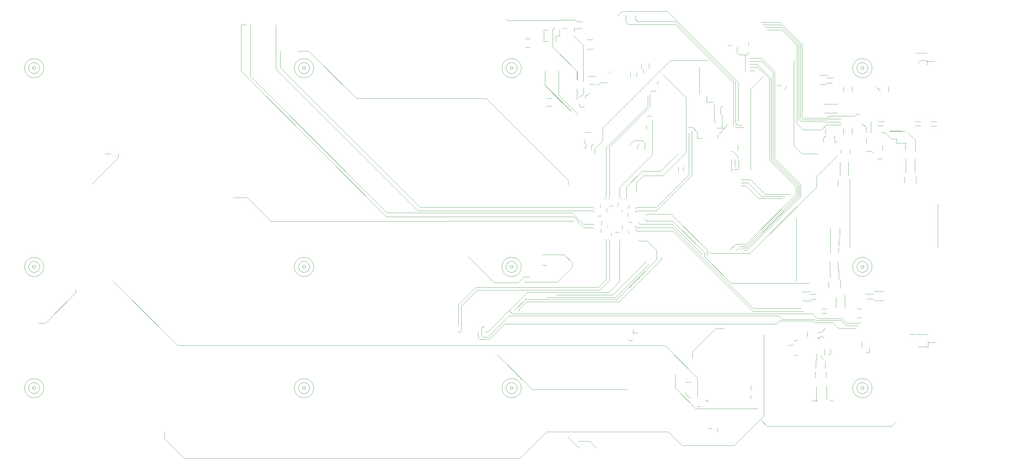
<source format=gbl>
*%FSLAX23Y23*%
*%MOIN*%
G01*
D11*
X11491Y7803D02*
D03*
X11412Y8590D02*
D03*
Y8433D02*
D03*
Y8394D02*
D03*
X11451Y8630D02*
D03*
X11333Y8512D02*
D03*
Y8315D02*
D03*
Y8275D02*
D03*
Y8354D02*
D03*
Y8590D02*
D03*
Y8433D02*
D03*
Y8394D02*
D03*
X11372D02*
D03*
Y8433D02*
D03*
X11294Y8315D02*
D03*
Y8354D02*
D03*
Y8590D02*
D03*
Y8512D02*
D03*
Y8275D02*
D03*
Y8551D02*
D03*
Y8472D02*
D03*
Y8394D02*
D03*
Y8433D02*
D03*
X11333Y8000D02*
D03*
X11451Y7842D02*
D03*
X11412Y8197D02*
D03*
Y8236D02*
D03*
Y8039D02*
D03*
X11333Y8197D02*
D03*
Y7882D02*
D03*
Y7921D02*
D03*
Y7960D02*
D03*
Y8236D02*
D03*
Y8039D02*
D03*
Y8079D02*
D03*
Y8118D02*
D03*
Y8157D02*
D03*
X11372Y8039D02*
D03*
Y8236D02*
D03*
Y8197D02*
D03*
X11294Y7882D02*
D03*
Y8039D02*
D03*
Y8000D02*
D03*
Y7921D02*
D03*
Y8079D02*
D03*
Y8157D02*
D03*
Y8118D02*
D03*
Y8197D02*
D03*
X11254Y8315D02*
D03*
Y8354D02*
D03*
Y8590D02*
D03*
X11215Y8433D02*
D03*
X11254Y8275D02*
D03*
Y8551D02*
D03*
Y8512D02*
D03*
Y8472D02*
D03*
Y8433D02*
D03*
Y8394D02*
D03*
X11215Y8590D02*
D03*
X11136Y8315D02*
D03*
Y8472D02*
D03*
Y8590D02*
D03*
Y8551D02*
D03*
Y8512D02*
D03*
Y8433D02*
D03*
X11176Y8472D02*
D03*
Y8433D02*
D03*
Y8512D02*
D03*
Y8551D02*
D03*
Y8590D02*
D03*
X11097D02*
D03*
Y8472D02*
D03*
Y8551D02*
D03*
Y8512D02*
D03*
Y8433D02*
D03*
X11097Y8039D02*
D03*
X11254Y8039D02*
D03*
Y7882D02*
D03*
Y8197D02*
D03*
Y8000D02*
D03*
Y7960D02*
D03*
Y7921D02*
D03*
Y8118D02*
D03*
Y8157D02*
D03*
Y8079D02*
D03*
X11215Y8039D02*
D03*
X11136Y8000D02*
D03*
X11136Y8157D02*
D03*
Y8039D02*
D03*
Y7882D02*
D03*
Y8236D02*
D03*
Y7960D02*
D03*
Y7921D02*
D03*
X11176Y8000D02*
D03*
X11176Y7921D02*
D03*
Y7960D02*
D03*
Y7882D02*
D03*
Y8039D02*
D03*
X11097Y7960D02*
D03*
Y7882D02*
D03*
Y8000D02*
D03*
Y7921D02*
D03*
X11057Y8590D02*
D03*
Y8315D02*
D03*
Y8551D02*
D03*
Y8512D02*
D03*
X11018Y8433D02*
D03*
Y8590D02*
D03*
X10939Y8472D02*
D03*
Y8433D02*
D03*
Y8590D02*
D03*
Y8512D02*
D03*
Y8551D02*
D03*
X10979Y8315D02*
D03*
Y8472D02*
D03*
Y8433D02*
D03*
Y8590D02*
D03*
Y8512D02*
D03*
Y8551D02*
D03*
X10900Y8472D02*
D03*
Y8433D02*
D03*
Y8590D02*
D03*
Y8512D02*
D03*
Y8551D02*
D03*
X11058Y8039D02*
D03*
X11057Y8157D02*
D03*
X11057Y7882D02*
D03*
X11018Y8039D02*
D03*
X11057Y8236D02*
D03*
Y7960D02*
D03*
Y7921D02*
D03*
X10939Y8039D02*
D03*
X10939Y8039D02*
D03*
Y7882D02*
D03*
Y7921D02*
D03*
Y7960D02*
D03*
Y8000D02*
D03*
X10979Y8039D02*
D03*
Y7921D02*
D03*
Y8157D02*
D03*
Y8236D02*
D03*
Y8000D02*
D03*
Y7960D02*
D03*
Y7882D02*
D03*
X10900Y8075D02*
D03*
Y8039D02*
D03*
X10900Y8000D02*
D03*
Y7960D02*
D03*
Y7882D02*
D03*
Y8039D02*
D03*
Y7921D02*
D03*
X10861Y8472D02*
D03*
Y8433D02*
D03*
Y8275D02*
D03*
Y8394D02*
D03*
Y8590D02*
D03*
Y8512D02*
D03*
Y8315D02*
D03*
Y8354D02*
D03*
Y8551D02*
D03*
X10821Y8433D02*
D03*
Y8394D02*
D03*
Y8590D02*
D03*
X10742D02*
D03*
Y8275D02*
D03*
Y8315D02*
D03*
Y8354D02*
D03*
Y8394D02*
D03*
Y8433D02*
D03*
Y8472D02*
D03*
X10782Y8512D02*
D03*
Y8472D02*
D03*
Y8394D02*
D03*
Y8354D02*
D03*
Y8315D02*
D03*
Y8275D02*
D03*
Y8433D02*
D03*
Y8590D02*
D03*
Y8551D02*
D03*
X10703Y8590D02*
D03*
Y8512D02*
D03*
Y8394D02*
D03*
Y8433D02*
D03*
Y8354D02*
D03*
Y8315D02*
D03*
Y8275D02*
D03*
Y8472D02*
D03*
X10861Y8157D02*
D03*
Y8039D02*
D03*
X10861Y8157D02*
D03*
Y8118D02*
D03*
Y8079D02*
D03*
Y7882D02*
D03*
Y8000D02*
D03*
X10821Y8039D02*
D03*
X10861D02*
D03*
Y7921D02*
D03*
Y7960D02*
D03*
Y8197D02*
D03*
X10821D02*
D03*
X10742Y8000D02*
D03*
Y8157D02*
D03*
Y8197D02*
D03*
Y8236D02*
D03*
Y8118D02*
D03*
Y8079D02*
D03*
Y8039D02*
D03*
Y7960D02*
D03*
X10782Y7882D02*
D03*
Y8197D02*
D03*
Y8236D02*
D03*
Y8157D02*
D03*
Y8118D02*
D03*
Y8079D02*
D03*
Y8039D02*
D03*
Y7960D02*
D03*
X10703Y8157D02*
D03*
Y8118D02*
D03*
Y8236D02*
D03*
Y8079D02*
D03*
Y8039D02*
D03*
Y8000D02*
D03*
Y7960D02*
D03*
Y7921D02*
D03*
Y7882D02*
D03*
Y8197D02*
D03*
X10664Y7842D02*
D03*
D12*
X11491Y7803D02*
D03*
X11412Y8472D02*
D03*
Y8275D02*
D03*
Y8315D02*
D03*
Y8354D02*
D03*
Y8512D02*
D03*
Y8551D02*
D03*
Y8394D02*
D03*
Y8433D02*
D03*
Y8590D02*
D03*
X11451Y8630D02*
D03*
X11372Y8275D02*
D03*
Y8472D02*
D03*
Y8354D02*
D03*
Y8315D02*
D03*
Y8512D02*
D03*
X11333Y8590D02*
D03*
Y8512D02*
D03*
Y8394D02*
D03*
Y8433D02*
D03*
X11372Y8394D02*
D03*
Y8433D02*
D03*
X11333Y8354D02*
D03*
Y8315D02*
D03*
Y8275D02*
D03*
X11294Y8512D02*
D03*
Y8551D02*
D03*
Y8590D02*
D03*
Y8472D02*
D03*
Y8433D02*
D03*
Y8394D02*
D03*
Y8354D02*
D03*
Y8315D02*
D03*
Y8275D02*
D03*
X11412Y8079D02*
D03*
Y7882D02*
D03*
Y8000D02*
D03*
Y7960D02*
D03*
Y8118D02*
D03*
Y8157D02*
D03*
Y8236D02*
D03*
Y8197D02*
D03*
Y8039D02*
D03*
X11451Y7842D02*
D03*
X11372Y8079D02*
D03*
Y7882D02*
D03*
Y8000D02*
D03*
Y8157D02*
D03*
Y8118D02*
D03*
Y8236D02*
D03*
X11333D02*
D03*
Y8197D02*
D03*
X11372D02*
D03*
X11333Y8157D02*
D03*
Y8118D02*
D03*
Y8079D02*
D03*
Y8039D02*
D03*
X11372D02*
D03*
X11333Y7960D02*
D03*
Y7921D02*
D03*
Y7882D02*
D03*
X11294Y8197D02*
D03*
Y8157D02*
D03*
Y8118D02*
D03*
Y8079D02*
D03*
Y8039D02*
D03*
Y8000D02*
D03*
Y7921D02*
D03*
Y7882D02*
D03*
X11211Y8307D02*
D03*
X11223Y8401D02*
D03*
X11215Y8551D02*
D03*
Y8472D02*
D03*
Y8512D02*
D03*
Y8590D02*
D03*
Y8433D02*
D03*
X11254D02*
D03*
Y8472D02*
D03*
Y8512D02*
D03*
Y8590D02*
D03*
Y8551D02*
D03*
Y8394D02*
D03*
Y8354D02*
D03*
Y8315D02*
D03*
Y8275D02*
D03*
X11136Y8472D02*
D03*
Y8512D02*
D03*
Y8551D02*
D03*
Y8590D02*
D03*
Y8433D02*
D03*
X11176D02*
D03*
Y8472D02*
D03*
Y8512D02*
D03*
Y8551D02*
D03*
Y8590D02*
D03*
X11136Y8315D02*
D03*
X11097Y8590D02*
D03*
Y8551D02*
D03*
Y8512D02*
D03*
Y8472D02*
D03*
Y8433D02*
D03*
X11223Y8071D02*
D03*
X11215Y8000D02*
D03*
Y7921D02*
D03*
Y7960D02*
D03*
Y7882D02*
D03*
X11254Y8197D02*
D03*
Y8157D02*
D03*
Y8118D02*
D03*
Y8079D02*
D03*
Y8039D02*
D03*
Y8000D02*
D03*
X11215Y8039D02*
D03*
X11254Y7960D02*
D03*
Y7921D02*
D03*
Y7882D02*
D03*
X11113Y8083D02*
D03*
X11136Y8157D02*
D03*
Y8236D02*
D03*
X11176Y8039D02*
D03*
Y8000D02*
D03*
Y7960D02*
D03*
Y7921D02*
D03*
Y7882D02*
D03*
X11136D02*
D03*
Y7921D02*
D03*
Y7960D02*
D03*
Y8000D02*
D03*
Y8039D02*
D03*
X11097Y8000D02*
D03*
Y7960D02*
D03*
Y7921D02*
D03*
Y7882D02*
D03*
X11018Y8551D02*
D03*
Y8472D02*
D03*
Y8512D02*
D03*
Y8590D02*
D03*
X11057Y8551D02*
D03*
Y8590D02*
D03*
Y8512D02*
D03*
Y8315D02*
D03*
X11018Y8433D02*
D03*
X10998Y8390D02*
D03*
X10979Y8433D02*
D03*
X10939D02*
D03*
Y8472D02*
D03*
X10979D02*
D03*
Y8512D02*
D03*
X10939D02*
D03*
Y8551D02*
D03*
Y8590D02*
D03*
X10979D02*
D03*
Y8551D02*
D03*
Y8315D02*
D03*
X10900Y8433D02*
D03*
Y8472D02*
D03*
Y8512D02*
D03*
Y8590D02*
D03*
Y8551D02*
D03*
X11057Y8000D02*
D03*
X11018Y7921D02*
D03*
Y7882D02*
D03*
Y7960D02*
D03*
Y8000D02*
D03*
X11057Y8236D02*
D03*
Y8157D02*
D03*
X11018Y8039D02*
D03*
X11057Y7960D02*
D03*
Y7921D02*
D03*
Y7882D02*
D03*
X10979Y8236D02*
D03*
Y8157D02*
D03*
Y8039D02*
D03*
X10939Y8000D02*
D03*
Y7960D02*
D03*
X10979D02*
D03*
Y8000D02*
D03*
Y7921D02*
D03*
X10939D02*
D03*
Y7882D02*
D03*
X10979D02*
D03*
X10904Y8169D02*
D03*
X10900Y7960D02*
D03*
Y7921D02*
D03*
Y7882D02*
D03*
Y8000D02*
D03*
X10892Y8401D02*
D03*
X10821Y8472D02*
D03*
Y8354D02*
D03*
Y8315D02*
D03*
Y8275D02*
D03*
Y8551D02*
D03*
X10861Y8275D02*
D03*
Y8315D02*
D03*
Y8354D02*
D03*
Y8394D02*
D03*
X10821D02*
D03*
Y8433D02*
D03*
X10861D02*
D03*
Y8472D02*
D03*
Y8512D02*
D03*
Y8590D02*
D03*
Y8551D02*
D03*
X10821Y8590D02*
D03*
X10742Y8275D02*
D03*
X10782D02*
D03*
Y8315D02*
D03*
X10742D02*
D03*
Y8354D02*
D03*
X10782D02*
D03*
X10742Y8394D02*
D03*
X10782D02*
D03*
Y8433D02*
D03*
X10742D02*
D03*
Y8472D02*
D03*
X10782D02*
D03*
Y8551D02*
D03*
Y8512D02*
D03*
X10742Y8590D02*
D03*
X10782D02*
D03*
X10703Y8315D02*
D03*
Y8354D02*
D03*
Y8394D02*
D03*
Y8433D02*
D03*
Y8472D02*
D03*
Y8512D02*
D03*
Y8590D02*
D03*
Y8275D02*
D03*
X10821Y7921D02*
D03*
Y8157D02*
D03*
Y8118D02*
D03*
Y8079D02*
D03*
Y7960D02*
D03*
Y8000D02*
D03*
Y7882D02*
D03*
X10861D02*
D03*
Y7921D02*
D03*
Y7960D02*
D03*
Y8000D02*
D03*
X10821Y8039D02*
D03*
X10861Y8079D02*
D03*
Y8118D02*
D03*
Y8197D02*
D03*
X10821D02*
D03*
X10782Y7882D02*
D03*
Y8039D02*
D03*
X10742D02*
D03*
Y8000D02*
D03*
Y7960D02*
D03*
X10782D02*
D03*
Y8118D02*
D03*
Y8079D02*
D03*
X10742D02*
D03*
Y8118D02*
D03*
Y8157D02*
D03*
X10782D02*
D03*
Y8236D02*
D03*
Y8197D02*
D03*
X10742D02*
D03*
Y8236D02*
D03*
X10703Y8039D02*
D03*
Y8000D02*
D03*
Y7960D02*
D03*
Y7921D02*
D03*
Y7882D02*
D03*
Y8079D02*
D03*
Y8118D02*
D03*
Y8157D02*
D03*
Y8197D02*
D03*
Y8236D02*
D03*
X10664Y8630D02*
D03*
X10624Y8669D02*
D03*
Y7803D02*
D03*
X10664Y7842D02*
D03*
D17*
X11893Y9658D02*
X11630Y9922D01*
X8400Y8312D02*
X6810Y9904D01*
X6759Y9909D02*
X8400Y8262D01*
X11500Y8992D02*
X11499Y9399D01*
X11735Y8216D02*
X12108Y7843D01*
X11117Y8492D02*
X11117Y8608D01*
X10581Y8263D02*
X8399Y8263D01*
X11731Y8138D02*
X12676Y7193D01*
Y7157D02*
X11735Y8098D01*
X11730Y8177D02*
X12080Y7827D01*
X8788Y8374D02*
X7155Y10007D01*
X7105Y9992D02*
X8763Y8334D01*
X8045Y9647D02*
X7490Y10202D01*
X9560Y9647D02*
X10515Y8692D01*
X10571Y8298D02*
X10692Y8177D01*
X12108Y7797D02*
X12417Y7488D01*
X12175Y7837D02*
X11717Y8295D01*
X12500Y9842D02*
X11677Y10665D01*
X11770Y10542D02*
X12470Y9842D01*
X11960Y8752D02*
X11542Y8334D01*
Y8374D02*
X11925Y8757D01*
X11844Y8967D02*
X11622Y8745D01*
X11595Y8797D02*
X11765Y8967D01*
X10035Y7377D02*
X9575Y6917D01*
X9270Y7222D02*
X9455Y7407D01*
X9435Y7437D02*
X9235Y7237D01*
X10998Y9080D02*
X11470Y9552D01*
X11445Y9557D02*
X10958Y9070D01*
X11116Y7508D02*
X10990Y7382D01*
X11195Y8612D02*
X11380Y8797D01*
X12640Y7837D02*
X13415Y8612D01*
Y8737D02*
X13655Y8977D01*
X11500Y8992D02*
X11116Y8608D01*
X9575Y6917D02*
X9550D01*
X9260D02*
X9230D01*
X12676Y7193D02*
X13235D01*
X13254Y7157D02*
X12676D01*
X10990Y7382D02*
X10040D01*
X9455Y7407D02*
X10885D01*
X10865Y7437D02*
X9435D01*
X12417Y7488D02*
X13329D01*
X12640Y7837D02*
X12175D01*
X11439Y7980D02*
X11353D01*
X10802Y8177D02*
X10692D01*
X11353Y8177D02*
X11731D01*
X11735Y8216D02*
X11431D01*
X11313Y8138D02*
X11731D01*
X11676Y8098D02*
X11313D01*
X11676D02*
X11735D01*
X10802Y8138D02*
X10691D01*
X11313Y8374D02*
X11543D01*
X10802D02*
X8789D01*
X8400Y8311D02*
X10558D01*
X11313Y8334D02*
X11530D01*
X10802Y8334D02*
X8762D01*
X11530Y8334D02*
X11543D01*
X11431Y8295D02*
X11718D01*
X6810Y9904D02*
Y10507D01*
X7155Y10202D02*
Y10007D01*
X7105Y9992D02*
Y10507D01*
X12450Y8817D02*
X12495D01*
X11595Y8797D02*
X11380D01*
X11393Y8745D02*
X11622D01*
X12420Y9027D02*
X12440D01*
X12500Y9332D02*
X12543D01*
X9520Y9647D02*
X8045D01*
X9520D02*
X9540D01*
X9560D01*
X7470Y10202D02*
X7360D01*
X7470D02*
X7490D01*
X11325Y10547D02*
X11766D01*
X11678Y10665D02*
X11146D01*
X9270Y7222D02*
Y6927D01*
X9235Y6997D02*
Y7237D01*
X9270Y6927D02*
X9260Y6917D01*
X10035Y7377D02*
X10040Y7382D01*
X10515Y8637D02*
Y8692D01*
X10624Y8220D02*
Y8205D01*
Y8220D02*
X10581Y8264D01*
X10624Y8205D02*
X10691Y8138D01*
X10562Y8307D02*
X10558Y8311D01*
X10562Y8307D02*
X10571Y8298D01*
X10802Y8138D02*
X10821Y8118D01*
Y8157D02*
X10802Y8177D01*
X10821Y8354D02*
X10802Y8374D01*
Y8334D02*
X10821Y8315D01*
X10978Y7500D02*
X10885Y7407D01*
X10865Y7437D02*
X10939Y7511D01*
X10959Y8492D02*
Y9071D01*
X10998Y9080D02*
Y8492D01*
Y7980D02*
Y7520D01*
X10959Y7531D02*
Y7980D01*
X10939Y8000D01*
X10979D02*
X10998Y7980D01*
X10962Y7534D02*
X10939Y7511D01*
X10939Y8472D02*
X10959Y8492D01*
X10998Y7520D02*
X10978Y7500D01*
X10979Y8472D02*
X10998Y8492D01*
X11117Y7980D02*
Y7508D01*
X11195Y8492D02*
Y8610D01*
X11117Y8492D02*
X11136Y8472D01*
Y8000D02*
X11120Y7984D01*
X11117Y7980D01*
X11176Y8472D02*
X11195Y8492D01*
X11092Y10611D02*
X11146Y10665D01*
X11445Y9672D02*
Y9557D01*
X11470Y9552D02*
Y9697D01*
X11313Y8665D02*
Y8571D01*
X11300Y10572D02*
Y10617D01*
X11333Y8000D02*
X11353Y7980D01*
X11431Y8216D02*
X11428Y8220D01*
X11412Y8236D01*
X11353Y8177D02*
X11333Y8197D01*
X11294Y8118D02*
X11313Y8098D01*
Y8138D02*
X11294Y8157D01*
X11325Y10547D02*
X11300Y10572D01*
X11431Y8295D02*
X11412Y8275D01*
X11313Y8665D02*
X11393Y8745D01*
X11313Y8334D02*
X11294Y8315D01*
Y8354D02*
X11313Y8374D01*
X11294Y8551D02*
X11313Y8571D01*
X11770Y10542D02*
X11765Y10547D01*
X11893Y9016D02*
X11844Y8967D01*
X11795Y8997D02*
X11765Y8967D01*
X11925Y8757D02*
Y9242D01*
X11960Y9272D02*
Y8752D01*
X11893Y9016D02*
Y9244D01*
Y9658D01*
X12108Y7843D02*
Y7797D01*
X12135Y7813D02*
Y7854D01*
Y7853D02*
X12146Y7864D01*
X12495Y8972D02*
X12440Y9027D01*
X12495Y8972D02*
Y8947D01*
X12505Y8932D02*
Y8827D01*
X12500Y9375D02*
Y9842D01*
X12470Y9843D02*
Y9362D01*
X12475Y9357D02*
X12500Y9332D01*
X12475Y9357D02*
X12470Y9362D01*
X12505Y8827D02*
X12495Y8817D01*
X13415Y8737D02*
Y8612D01*
X13266Y7169D02*
X13254Y7157D01*
D18*
X11431Y7748D02*
X11035Y7352D01*
X7047Y8213D02*
X6773Y8487D01*
X9687Y6654D02*
X10098Y6243D01*
X10549Y9500D02*
X10246Y9803D01*
X12645Y8697D02*
X12815Y8527D01*
X12775Y8502D02*
X12615Y8662D01*
X12590Y8627D02*
X12740Y8477D01*
X10513Y5692D02*
X10646Y5559D01*
X10547Y9499D02*
X10244Y9802D01*
X10404Y9686D02*
X10632Y9458D01*
X11644Y6760D02*
X12025Y6379D01*
X5958Y6760D02*
X5202Y7516D01*
X13005Y10447D02*
X13185Y10267D01*
X11765Y6263D02*
X12006Y6022D01*
X13205Y10272D02*
X13000Y10477D01*
X12995Y10507D02*
X13225Y10277D01*
X13245Y10282D02*
X12990Y10537D01*
X12445Y9832D02*
X11765Y10512D01*
X12770Y10117D02*
X12925Y9962D01*
X12905Y9952D02*
X12775Y10082D01*
X12720Y10047D02*
X12885Y9882D01*
X12860D02*
X12730Y10012D01*
X12925Y8948D02*
X13229Y8644D01*
X13212Y8632D02*
X12905Y8939D01*
X12885Y8932D02*
X13195Y8622D01*
X13176Y8613D02*
X12865Y8924D01*
X11550Y7870D02*
X11439Y7980D01*
X10920Y9302D02*
X11710Y10092D01*
X11460Y7711D02*
X11070Y7321D01*
X4770Y7377D02*
X4415Y7022D01*
X9574Y6857D02*
X9824Y7107D01*
X9772Y7011D02*
X9593Y6832D01*
X12599Y7870D02*
X13229Y8500D01*
X13212Y8510D02*
X12604Y7902D01*
X12600Y7922D02*
X13195Y8517D01*
X13176Y8527D02*
X12594Y7945D01*
X12645Y9757D02*
X12795Y9907D01*
X11550Y7764D02*
X11085Y7299D01*
X10014D02*
X9888Y7173D01*
X11109Y7271D02*
X11601Y7764D01*
X10770Y5641D02*
X10634D01*
X12006Y6022D02*
X12726D01*
X12059Y6047D02*
X12020D01*
X11205Y6243D02*
X10098D01*
X4770Y7377D02*
Y7417D01*
X9523Y6857D02*
X9574D01*
X9593Y6832D02*
X9484D01*
X11644Y6760D02*
X5958D01*
X13403Y7053D02*
X13700D01*
X13606Y7027D02*
X13391D01*
X13392Y7064D02*
X13016D01*
X13424Y7076D02*
X13713D01*
X13371Y7047D02*
X12977D01*
X4415Y7022D02*
X4335D01*
X13767D02*
X13930D01*
X13900Y6992D02*
X13761D01*
X12943Y7011D02*
X9772D01*
X13671Y6962D02*
X13870D01*
X9540Y6979D02*
X9519D01*
X11265Y6907D02*
X11325D01*
X9866Y7130D02*
X13369D01*
X12913Y7107D02*
X9824D01*
X12908D02*
X12973D01*
X11109Y7271D02*
X10030D01*
X10266Y7321D02*
X11070D01*
X11035Y7352D02*
X10745D01*
X10375D01*
X10014Y7299D02*
X11085D01*
X12553Y7902D02*
X12604D01*
X12600Y7922D02*
X12526D01*
X12471Y7945D02*
X12594D01*
X12599Y7870D02*
X12566D01*
X10585Y8216D02*
X9097D01*
X9093Y8212D02*
X7047D01*
X6699Y9969D02*
Y10507D01*
Y9969D02*
X6767Y9901D01*
X12535Y8627D02*
X12590D01*
X12815Y8527D02*
X13095D01*
X13045Y8502D02*
X12775D01*
X6773Y8487D02*
X6606D01*
X12820Y8477D02*
X13020D01*
X12820D02*
X12785D01*
X12755D01*
X12740D01*
X12645Y8697D02*
X12535D01*
Y8662D02*
X12615D01*
X13245Y9002D02*
X13430D01*
X13515Y9372D02*
X13700D01*
X13510Y9377D02*
X13360D01*
X13560Y9407D02*
X13700D01*
Y9337D02*
X13530D01*
X13370Y9377D02*
X13235D01*
X13250Y9397D02*
X13550D01*
X13540Y9417D02*
X13265D01*
X12568Y9307D02*
X12480D01*
X13390Y9282D02*
X13475D01*
X13390D02*
X13255D01*
X13565Y9442D02*
X13670D01*
X13859D01*
X13879Y9462D02*
X13915D01*
X12730Y10012D02*
X12680D01*
X12635D01*
Y10117D02*
X12770D01*
X12150Y10092D02*
X11710D01*
X12765Y10082D02*
X12775D01*
X12765D02*
X12635D01*
Y10047D02*
X12720D01*
X6759Y10507D02*
X6699D01*
X11220Y10512D02*
X11766D01*
X12765Y10537D02*
X12990D01*
X12995Y10507D02*
X12785D01*
X12835Y10447D02*
X13005D01*
X13000Y10477D02*
X12810D01*
X9097Y8216D02*
X9093Y8212D01*
X9507Y6967D02*
Y6873D01*
X9464Y6852D02*
Y6912D01*
X9507Y6873D02*
X9523Y6857D01*
X9484Y6832D02*
X9464Y6852D01*
X9507Y6967D02*
X9519Y6979D01*
X9827Y7169D02*
X9866Y7130D01*
X9943Y7161D02*
Y7185D01*
X10030Y7271D01*
X10246Y9828D02*
Y9967D01*
Y9828D02*
Y9819D01*
Y9813D01*
Y9807D01*
Y9803D01*
X10244Y9827D02*
Y9966D01*
Y9827D02*
Y9818D01*
Y9812D01*
Y9806D01*
Y9802D01*
X10406Y9687D02*
Y9967D01*
X10404Y9966D02*
Y9686D01*
X10622Y9872D02*
Y9963D01*
X10695Y9772D02*
Y9702D01*
X10620Y9871D02*
Y9962D01*
Y9762D02*
Y9634D01*
X10649Y9666D02*
X10695Y9702D01*
X10825Y9057D02*
Y8997D01*
X10770Y5641D02*
X10852Y5559D01*
X10825Y9057D02*
X10920Y9152D01*
Y9267D01*
Y9302D01*
X11190Y10542D02*
Y10622D01*
Y10542D02*
X11220Y10512D01*
X11550Y7870D02*
Y7787D01*
Y7764D01*
X11601D02*
Y7795D01*
X11765Y6425D02*
Y6263D01*
X12025Y6162D02*
Y6379D01*
X12445Y9342D02*
Y9382D01*
Y9377D02*
Y9832D01*
Y9342D02*
X12480Y9307D01*
X12471Y7945D02*
X12396Y7870D01*
X12645Y9582D02*
Y9757D01*
Y9582D02*
Y8812D01*
X12525Y7874D02*
Y7870D01*
X12462Y8858D02*
Y8937D01*
Y8858D02*
X12476Y8844D01*
X12553Y7902D02*
X12525Y7874D01*
X12526Y7922D02*
X12476Y7872D01*
X12885Y8932D02*
Y9882D01*
X12905Y9952D02*
Y8939D01*
X12925Y8948D02*
Y9962D01*
X12865Y9877D02*
Y8924D01*
X12978Y7047D02*
X12943Y7011D01*
X13016Y7064D02*
X12973Y7107D01*
X12865Y9877D02*
X12860Y9882D01*
X13185Y10267D02*
Y9352D01*
X13179Y8247D02*
Y7512D01*
X13212Y8593D02*
Y8632D01*
Y8593D02*
Y8510D01*
X13195Y8517D02*
Y8622D01*
X13176Y8613D02*
Y8530D01*
Y8527D01*
X13229Y8500D02*
Y8644D01*
X13205Y9407D02*
Y10272D01*
X13225Y10277D02*
Y9422D01*
X13150Y9097D02*
Y10087D01*
X13235Y9012D02*
X13245Y9002D01*
X13255Y9282D02*
X13185Y9352D01*
X13235Y9377D02*
X13205Y9407D01*
X13225Y9422D02*
X13250Y9397D01*
X13150Y9097D02*
X13235Y9012D01*
X13245Y9437D02*
Y10277D01*
Y10282D01*
X13369Y7130D02*
X13424Y7076D01*
X13403Y7053D02*
X13392Y7064D01*
X13371Y7047D02*
X13391Y7027D01*
X13265Y9417D02*
X13245Y9437D01*
X13606Y7027D02*
X13671Y6962D01*
X13515Y9372D02*
X13510Y9377D01*
X13530Y9337D02*
X13475Y9282D01*
X13550Y9397D02*
X13560Y9407D01*
X13540Y9417D02*
X13565Y9442D01*
X13700Y7053D02*
X13708Y7045D01*
X13713Y7076D02*
X13767Y7022D01*
X13761Y6992D02*
X13719Y7034D01*
X13715Y7038D01*
X13710Y7043D01*
X13708Y7045D01*
X13859Y9442D02*
X13879Y9462D01*
D20*
X10622Y9963D02*
X10337Y10248D01*
X12155Y5792D02*
X12195D01*
X11945Y6152D02*
X11926D01*
X12114Y6122D02*
X12145D01*
X11950Y6332D02*
X11885D01*
X13149Y6644D02*
X13195D01*
X13170Y6818D02*
X13154D01*
X13144Y6763D02*
X13086D01*
X10470Y7822D02*
X10215D01*
X10210Y7697D02*
X10265D01*
X11215Y8197D02*
X11254D01*
X11113Y8083D02*
X11065D01*
X11038Y8390D02*
X10998D01*
X10904Y8275D02*
X10861D01*
X12023Y9181D02*
X12078D01*
X11383Y9154D02*
X11289D01*
X11288D01*
X11287D01*
X10817Y9104D02*
X10794D01*
X11915Y9311D02*
X11968D01*
X12251Y9300D02*
X12312D01*
X12298Y9245D02*
X12276D01*
X10780Y9252D02*
X10713D01*
X10704Y9547D02*
X10659D01*
X11436Y9440D02*
X11489D01*
X11503Y9733D02*
X11538D01*
X11503D02*
X11477D01*
X10869Y9808D02*
X10845D01*
X10822Y9813D02*
X10763D01*
X12955Y9797D02*
X13000D01*
X10741Y9689D02*
X10725D01*
X10749Y9908D02*
X10843D01*
X10892Y9831D02*
X10970D01*
X10292Y10313D02*
X10232D01*
X10522Y10563D02*
X10602D01*
X10622Y10543D02*
X10682D01*
X10502Y10468D02*
X10447D01*
X10587Y10463D02*
X10677D01*
X10282Y10448D02*
X10237D01*
X10232Y10443D02*
Y10398D01*
Y10313D01*
Y10443D02*
X10237Y10448D01*
X10372Y10378D02*
Y10313D01*
X10337Y10248D02*
Y10453D01*
X10470Y7822D02*
X10565Y7727D01*
X10337Y10453D02*
X10362Y10478D01*
X10622Y9963D02*
Y9853D01*
X10645Y9588D02*
Y9561D01*
X10587Y10423D02*
Y10463D01*
X10645Y9561D02*
X10659Y9547D01*
X10622Y10543D02*
X10602Y10563D01*
X10892Y8401D02*
Y8374D01*
X10716Y9643D02*
Y9680D01*
X10784Y9094D02*
Y9048D01*
X10709Y9123D02*
Y9163D01*
Y9123D02*
X10735Y9097D01*
X10869Y9808D02*
X10892Y9831D01*
X10725Y9689D02*
X10716Y9680D01*
X10741Y9689D02*
X10768Y9716D01*
X10794Y9104D02*
X10784Y9094D01*
X10735Y9096D02*
X10699Y9060D01*
X11018Y8075D02*
Y8039D01*
X10967Y8327D02*
Y8362D01*
X10975Y8153D02*
Y8138D01*
X10904Y8169D02*
Y8216D01*
X10900Y8122D02*
Y8079D01*
X10979Y8315D02*
X10967Y8327D01*
X10979Y8157D02*
X10975Y8153D01*
X10988Y9941D02*
X11019Y9972D01*
X11275Y6947D02*
Y6902D01*
X11223Y8071D02*
Y8098D01*
X11211Y8268D02*
Y8307D01*
X11223Y8358D02*
Y8401D01*
X11242Y9903D02*
Y9952D01*
X11148Y8346D02*
Y8327D01*
Y8146D02*
Y8114D01*
X11097Y8386D02*
Y8433D01*
X11136Y8157D02*
X11148Y8146D01*
X11230Y9097D02*
X11287Y9154D01*
X11148Y8327D02*
X11136Y8315D01*
X11413Y9049D02*
Y9125D01*
X11428Y9286D02*
Y9333D01*
X11458Y9997D02*
Y10058D01*
X11315Y9947D02*
Y9902D01*
X11327Y9099D02*
Y9059D01*
X11370Y10003D02*
Y10056D01*
X11394Y9979D02*
Y9944D01*
Y9979D02*
X11370Y10003D01*
X11383Y9155D02*
X11413Y9125D01*
X11349Y9121D02*
X11327Y9099D01*
X11556Y9810D02*
Y9832D01*
X11575Y9851D01*
X11858Y8843D02*
Y8801D01*
X11803Y8789D02*
Y8848D01*
X12023Y9241D02*
Y9256D01*
Y9241D02*
Y9181D01*
X11884Y6223D02*
Y6194D01*
X12023Y9256D02*
X11968Y9311D01*
X11884Y6194D02*
X11926Y6152D01*
X12145Y6122D02*
Y6097D01*
X12421Y8813D02*
Y8933D01*
X12427Y8807D02*
Y8794D01*
X12303Y9250D02*
Y9263D01*
X12366Y9326D02*
Y9328D01*
Y9347D01*
X12312Y9348D02*
Y9300D01*
X12263Y9226D02*
Y9181D01*
X12421Y8813D02*
X12427Y8807D01*
X12298Y9245D02*
X12303Y9250D01*
Y9263D02*
X12366Y9326D01*
X12620Y10272D02*
Y10312D01*
X12496Y9106D02*
Y9048D01*
X12491Y9053D01*
X13040Y9747D02*
X13056Y9763D01*
Y9790D01*
X13190Y6834D02*
X13163Y6807D01*
X13306Y6865D02*
Y6924D01*
X13805Y9002D02*
Y9047D01*
X13700D02*
Y9007D01*
D21*
X13510Y6720D02*
Y6647D01*
X13580Y6670D02*
Y6715D01*
X13466Y6647D02*
Y6627D01*
X13496Y6597D01*
X13555Y6645D02*
X13580Y6670D01*
X14162Y9733D02*
X14113Y9782D01*
X14255Y9787D02*
Y9725D01*
D24*
X13570Y7742D02*
X13571Y7553D01*
X10692Y10268D02*
X10582Y10378D01*
X10565Y7677D02*
X10390Y7502D01*
X5267Y8954D02*
X4960Y8647D01*
X13568Y6113D02*
X13608D01*
X13423D02*
X13358D01*
X13990Y6673D02*
X14020D01*
X11270Y6817D02*
X11230D01*
X14583Y6889D02*
X14715D01*
X13502Y6855D02*
X13489D01*
X13446D02*
X13431D01*
X13446D02*
X13451D01*
X14717Y6796D02*
X14798D01*
X14562Y6890D02*
X14498D01*
X14598Y6745D02*
X14716D01*
X5267Y8954D02*
Y9005D01*
X13887Y7086D02*
X13941D01*
X13472Y6916D02*
X13428D01*
X13351Y7280D02*
X13253D01*
X13471Y7188D02*
X13531D01*
X13884D02*
X13941D01*
X13534Y7138D02*
X13472D01*
X13345Y7388D02*
X13242D01*
X14084Y7391D02*
X14202D01*
X13411Y7362D02*
X13335D01*
X14082Y7283D02*
X14194D01*
X13411Y7302D02*
X13341D01*
X14001Y7304D02*
X14079D01*
X10390Y7502D02*
X10005D01*
X5180Y9002D02*
X5115D01*
X13994Y9032D02*
X14054D01*
X14124Y8942D02*
X14183D01*
X13652Y9138D02*
X13624D01*
X14129Y9377D02*
X14204D01*
X14744Y9378D02*
X14813D01*
X14630D02*
X14567D01*
X14194Y9327D02*
X14129D01*
X14745Y9326D02*
X14818D01*
X14630Y9327D02*
X14566D01*
X14412Y9267D02*
X14270D01*
X10327Y9558D02*
X10262D01*
X13509Y9582D02*
X13659D01*
Y9477D02*
X13504D01*
X13530Y9812D02*
X13450D01*
X10327Y9648D02*
X10267D01*
X12635Y9972D02*
X12690D01*
X13530Y9887D02*
X13610D01*
X13609D02*
X13529D01*
X13540Y9917D02*
X13445D01*
X13529Y9827D02*
X13599D01*
X13600D02*
X13530D01*
X14570Y10179D02*
X14702D01*
X12585Y10157D02*
X12515D01*
X12580D02*
X12600D01*
X14699Y10082D02*
X14789D01*
X14699Y10092D02*
X14629D01*
X10417Y10378D02*
X10372D01*
X10072Y10343D02*
X10012D01*
X10737Y10333D02*
X10802D01*
X12380Y10267D02*
X12420D01*
X10812Y10223D02*
X10737D01*
X10072Y10243D02*
X10017D01*
X10422Y10563D02*
X10522D01*
X9812Y10558D02*
X9807D01*
X9812D02*
X9822D01*
X10417D01*
X9807D02*
X9787Y10578D01*
X10417Y10453D02*
Y10378D01*
X10692Y10268D02*
Y9843D01*
X10565Y7727D02*
Y7677D01*
X11210Y6837D02*
X11230Y6817D01*
X12615Y10172D02*
Y10192D01*
X12581Y10158D02*
Y9963D01*
X12485Y10187D02*
Y10247D01*
X12649Y6292D02*
Y6238D01*
X12647Y6180D02*
Y6134D01*
X12515Y10157D02*
X12485Y10187D01*
X12600Y10157D02*
X12615Y10172D01*
X13431Y6855D02*
Y6834D01*
X13411Y6277D02*
Y6112D01*
X13406Y6487D02*
Y6577D01*
X13416Y6580D02*
Y6665D01*
X13400Y6452D02*
X13399Y6381D01*
X13431Y6834D02*
X13471Y6874D01*
X13525Y6450D02*
Y6387D01*
X13624Y9138D02*
Y9212D01*
X13576Y8055D02*
Y7840D01*
X13491Y9142D02*
Y9185D01*
X13514Y9237D02*
Y9277D01*
X13533Y6292D02*
Y6132D01*
X13516Y6492D02*
Y6582D01*
X13556Y7433D02*
Y7508D01*
X13576Y8035D02*
X13575Y8132D01*
X13491Y9185D02*
X13526Y9216D01*
X13471Y6873D02*
X13488Y6856D01*
X13489Y6855D01*
X13471Y6916D02*
X13522Y6967D01*
X13514Y9277D02*
X13534Y9297D01*
X13802Y8707D02*
Y8622D01*
X13787Y8747D02*
Y8907D01*
X13665Y7742D02*
Y7632D01*
X13667Y8622D02*
Y8697D01*
X13690Y8741D02*
Y8906D01*
X13676Y8017D02*
Y7922D01*
X13686Y8032D02*
Y8132D01*
X13671Y7902D02*
Y7843D01*
X13676Y7637D02*
Y7532D01*
X13691Y7518D02*
Y7433D01*
X13729Y9729D02*
Y9782D01*
Y9302D02*
Y9227D01*
X13744Y7260D02*
Y7198D01*
Y7260D02*
Y7350D01*
X13641Y7258D02*
Y7200D01*
Y7257D02*
Y7325D01*
X13942Y6803D02*
Y6739D01*
X13994Y9122D02*
Y9182D01*
X13993Y9250D02*
Y9307D01*
X13829Y9302D02*
Y9227D01*
X13830Y9722D02*
Y9782D01*
X13987Y7361D02*
X14076Y7361D01*
X13994Y9307D02*
X13943Y9358D01*
X14033Y6686D02*
X14020Y6673D01*
X14049Y9307D02*
Y9376D01*
Y9308D02*
Y9246D01*
X14033Y6739D02*
Y6686D01*
X14184Y9037D02*
Y9097D01*
X14074Y9012D02*
X14054Y9032D01*
X14562Y8942D02*
Y8782D01*
X14577Y8742D02*
Y8657D01*
X14457Y8777D02*
Y8942D01*
X14442Y8732D02*
Y8657D01*
X14594Y10057D02*
X14629Y10092D01*
X14704D02*
Y10037D01*
X14716Y6804D02*
Y6745D01*
D33*
X12237Y6959D02*
X11965Y6687D01*
X12837Y5818D02*
X14291D01*
X12338Y6959D02*
X12237D01*
X12210Y9604D02*
X12136D01*
X12306Y9555D02*
X12326D01*
X12049Y9699D02*
Y10013D01*
X11965Y6687D02*
Y6611D01*
X12219Y9386D02*
Y9576D01*
X12133Y9604D02*
Y9673D01*
X12219Y9386D02*
X12242Y9363D01*
X12312Y9348D02*
Y9451D01*
X12295Y9468D02*
Y9545D01*
Y9468D02*
X12312Y9451D01*
X12295Y9545D02*
X12305Y9555D01*
X12764Y5891D02*
X12837Y5818D01*
X13802Y7903D02*
Y8622D01*
X14338Y5865D02*
X14291Y5818D01*
X14828Y7904D02*
Y8410D01*
D34*
X15126Y8483D02*
D03*
X15078Y9273D02*
D03*
X15082Y9639D02*
D03*
X15121Y9182D02*
D03*
X15011D02*
D03*
X15155Y6959D02*
D03*
X14977Y10086D02*
D03*
X14912Y10440D02*
D03*
X14991Y8483D02*
D03*
X14828Y8410D02*
D03*
X14823Y9109D02*
D03*
X14941Y6962D02*
D03*
X14784Y10082D02*
D03*
Y10029D02*
D03*
X14637Y10179D02*
D03*
X14704Y10035D02*
D03*
X14745Y9326D02*
D03*
X14744Y9378D02*
D03*
X14630Y9327D02*
D03*
Y9378D02*
D03*
X14713Y9109D02*
D03*
X14693Y8410D02*
D03*
X14687Y9529D02*
D03*
X14799Y6796D02*
D03*
X14650Y6889D02*
D03*
X14717Y6745D02*
D03*
X14619Y7176D02*
D03*
X14695Y5537D02*
D03*
X14694Y6023D02*
D03*
X14471Y9843D02*
D03*
X14577Y8657D02*
D03*
X14442D02*
D03*
X14443Y7331D02*
D03*
X14499Y6889D02*
D03*
X14560Y6022D02*
D03*
X14356Y9974D02*
D03*
X14230Y10589D02*
D03*
Y10454D02*
D03*
X14406Y9454D02*
D03*
X14270Y9267D02*
D03*
X14254Y9787D02*
D03*
X14239Y8772D02*
D03*
X14408Y7331D02*
D03*
X14372D02*
D03*
X14301Y7642D02*
D03*
X14229Y7209D02*
D03*
X14339Y5865D02*
D03*
X14316Y6522D02*
D03*
X14226D02*
D03*
X14231Y6622D02*
D03*
X14205Y10387D02*
D03*
X14173Y9247D02*
D03*
X14089Y8442D02*
D03*
Y8352D02*
D03*
X14049Y9307D02*
D03*
X14074Y9012D02*
D03*
Y8872D02*
D03*
X14114Y9782D02*
D03*
X14129Y9327D02*
D03*
Y9377D02*
D03*
X14124Y8942D02*
D03*
X14036Y9783D02*
D03*
X14024Y8937D02*
D03*
X14184Y9097D02*
D03*
X14176Y7187D02*
D03*
X14167Y7640D02*
D03*
X14200Y5862D02*
D03*
X14160Y5537D02*
D03*
X14065Y5667D02*
D03*
X13994Y9182D02*
D03*
Y9307D02*
D03*
X14020Y9737D02*
D03*
X13970Y9582D02*
D03*
X14000Y9607D02*
D03*
X13870Y8952D02*
D03*
X13924Y8712D02*
D03*
Y8622D02*
D03*
X13935Y9552D02*
D03*
X13910Y9507D02*
D03*
X13829Y9302D02*
D03*
Y9782D02*
D03*
X13986Y7360D02*
D03*
X14001Y7302D02*
D03*
X13897Y6843D02*
D03*
X13870Y6962D02*
D03*
X13900Y6992D02*
D03*
X13941Y7188D02*
D03*
X13943Y6803D02*
D03*
X13941Y7086D02*
D03*
X13905Y7057D02*
D03*
X13930Y7022D02*
D03*
X13840Y6932D02*
D03*
X13991Y6671D02*
D03*
X13773Y9957D02*
D03*
X13795Y10132D02*
D03*
Y10177D02*
D03*
Y10217D02*
D03*
X13800Y10262D02*
D03*
X13805Y10302D02*
D03*
X13780Y9997D02*
D03*
X13805Y9047D02*
D03*
X13802Y8622D02*
D03*
X13656Y9138D02*
D03*
X13700Y9047D02*
D03*
X13659Y9477D02*
D03*
X13667Y8622D02*
D03*
X13655Y8977D02*
D03*
X13700Y9337D02*
D03*
Y9372D02*
D03*
Y9407D02*
D03*
X13659Y9582D02*
D03*
X13729Y9302D02*
D03*
Y9782D02*
D03*
X13639Y8448D02*
D03*
X13792Y6806D02*
D03*
X13686Y8132D02*
D03*
X13691Y7433D02*
D03*
X13744Y7260D02*
D03*
X13641Y7258D02*
D03*
X13821Y6657D02*
D03*
X13770Y6662D02*
D03*
X13665D02*
D03*
X13715D02*
D03*
X13740Y6632D02*
D03*
X13640Y5537D02*
D03*
X13599Y9827D02*
D03*
X13609Y9887D02*
D03*
X13485Y10197D02*
D03*
X13550Y10062D02*
D03*
X13455Y10172D02*
D03*
X13615Y9247D02*
D03*
X13463Y9224D02*
D03*
Y9189D02*
D03*
X13471Y9350D02*
D03*
X13504Y8448D02*
D03*
X13459Y9307D02*
D03*
X13525Y9142D02*
D03*
X13534Y9297D02*
D03*
X13576Y8132D02*
D03*
X13605Y7112D02*
D03*
X13471Y6873D02*
D03*
X13472Y7138D02*
D03*
X13471Y7188D02*
D03*
X13472Y6916D02*
D03*
X13478Y7997D02*
D03*
X13556Y7433D02*
D03*
X13608Y6113D02*
D03*
X13466Y6647D02*
D03*
X13511D02*
D03*
X13556D02*
D03*
X13425Y10147D02*
D03*
X13283Y9870D02*
D03*
X13339Y9925D02*
D03*
X13311Y9897D02*
D03*
X13431Y9000D02*
D03*
X13411Y7362D02*
D03*
Y7302D02*
D03*
X13266Y7169D02*
D03*
X13306Y6922D02*
D03*
X13330Y7492D02*
D03*
X13346Y7023D02*
D03*
Y7088D02*
D03*
X13416Y6657D02*
D03*
X13271Y6537D02*
D03*
X13358Y6113D02*
D03*
X13100Y9847D02*
D03*
Y9882D02*
D03*
Y9917D02*
D03*
Y9952D02*
D03*
Y9987D02*
D03*
Y10022D02*
D03*
Y10057D02*
D03*
X13150Y10087D02*
D03*
X13110Y9677D02*
D03*
X13095Y8527D02*
D03*
X13045Y8502D02*
D03*
X13235Y7000D02*
D03*
Y7193D02*
D03*
X13179Y8247D02*
D03*
Y7512D02*
D03*
X13086Y6763D02*
D03*
X13087Y6851D02*
D03*
X13153Y6807D02*
D03*
X13195Y6644D02*
D03*
X13105Y5537D02*
D03*
X13071Y6262D02*
D03*
Y6182D02*
D03*
X13040Y9747D02*
D03*
X12985Y10057D02*
D03*
X13020Y8477D02*
D03*
X13005Y9737D02*
D03*
X12975Y9716D02*
D03*
X12955Y9797D02*
D03*
X12950Y9757D02*
D03*
X13020Y6809D02*
D03*
X12911Y7052D02*
D03*
X12901Y6537D02*
D03*
X12900Y6439D02*
D03*
X12835Y10447D02*
D03*
X12785Y10507D02*
D03*
X12810Y10477D02*
D03*
X12836Y9833D02*
D03*
X12818Y10000D02*
D03*
X12795Y9871D02*
D03*
Y9907D02*
D03*
X12838Y10269D02*
D03*
X12726Y10548D02*
D03*
X12765Y10537D02*
D03*
X12721Y9941D02*
D03*
X12690Y9972D02*
D03*
X12757Y9904D02*
D03*
X12739Y10300D02*
D03*
X12726Y6022D02*
D03*
X12581Y10157D02*
D03*
X12620Y10312D02*
D03*
X12635Y10117D02*
D03*
Y10082D02*
D03*
Y10047D02*
D03*
Y10012D02*
D03*
X12528Y10518D02*
D03*
X12553Y10489D02*
D03*
X12501Y10539D02*
D03*
X12540Y9867D02*
D03*
X12475Y10517D02*
D03*
X12601Y8773D02*
D03*
X12645Y8812D02*
D03*
X12500Y9372D02*
D03*
X12568Y9307D02*
D03*
X12543Y9332D02*
D03*
X12526Y9082D02*
D03*
X12535Y8697D02*
D03*
Y8662D02*
D03*
Y8627D02*
D03*
Y9262D02*
D03*
X12565Y9217D02*
D03*
X12476Y8844D02*
D03*
X12505Y6722D02*
D03*
X12525Y7870D02*
D03*
X12535Y6747D02*
D03*
X12566Y7870D02*
D03*
X12475Y6697D02*
D03*
X12476Y7872D02*
D03*
X12640Y5932D02*
D03*
X12485Y5892D02*
D03*
X12647Y6134D02*
D03*
X12412Y10461D02*
D03*
X12441Y10491D02*
D03*
X12376Y9869D02*
D03*
X12380Y10436D02*
D03*
Y10267D02*
D03*
X12352Y10384D02*
D03*
X12293Y10332D02*
D03*
X12420Y9327D02*
D03*
X12450Y8817D02*
D03*
X12427Y8794D02*
D03*
X12312Y9348D02*
D03*
X12355Y8957D02*
D03*
Y8992D02*
D03*
Y9027D02*
D03*
Y9062D02*
D03*
Y9097D02*
D03*
Y9132D02*
D03*
Y9167D02*
D03*
Y9202D02*
D03*
Y8887D02*
D03*
Y8922D02*
D03*
X12333Y9251D02*
D03*
X12359Y9278D02*
D03*
X12366Y9347D02*
D03*
X12341Y9484D02*
D03*
X12263Y9181D02*
D03*
X12420Y7040D02*
D03*
X12433Y7539D02*
D03*
X12396Y7870D02*
D03*
X12338Y6959D02*
D03*
X12390Y5427D02*
D03*
X12450Y5792D02*
D03*
X12415Y6487D02*
D03*
X12285Y6672D02*
D03*
X12265Y5537D02*
D03*
X12248Y10318D02*
D03*
X12150Y10092D02*
D03*
X12242Y9363D02*
D03*
X12220Y9112D02*
D03*
X12195Y9137D02*
D03*
X12100Y9532D02*
D03*
X12125Y9507D02*
D03*
X12164Y9335D02*
D03*
X12170Y9162D02*
D03*
X12145Y9187D02*
D03*
X12075Y9557D02*
D03*
X12215Y7878D02*
D03*
X12135Y7813D02*
D03*
X12080Y7827D02*
D03*
X12210Y6352D02*
D03*
X12250Y5717D02*
D03*
X12245Y6292D02*
D03*
Y6257D02*
D03*
Y6222D02*
D03*
Y6187D02*
D03*
X12260Y6582D02*
D03*
X12235Y6462D02*
D03*
X12115Y6122D02*
D03*
X12154Y6157D02*
D03*
X12183Y6133D02*
D03*
X12073Y5801D02*
D03*
X12023Y9181D02*
D03*
X12050Y9582D02*
D03*
X12032Y8982D02*
D03*
X12025Y9607D02*
D03*
X11925Y9242D02*
D03*
X11960Y9272D02*
D03*
X11915Y9311D02*
D03*
X11900Y9732D02*
D03*
X11875Y9757D02*
D03*
X11910Y7052D02*
D03*
X11960D02*
D03*
X12005Y6582D02*
D03*
Y6472D02*
D03*
X12045D02*
D03*
X12025Y6162D02*
D03*
X12020Y6047D02*
D03*
X11965Y6611D02*
D03*
X11925Y6367D02*
D03*
X11895Y6017D02*
D03*
X11935Y6292D02*
D03*
Y6257D02*
D03*
Y6222D02*
D03*
Y6187D02*
D03*
X11945Y6152D02*
D03*
X11970Y5702D02*
D03*
X11965Y6577D02*
D03*
X11970Y6472D02*
D03*
X11982Y6369D02*
D03*
X11950Y6332D02*
D03*
X11800Y9832D02*
D03*
X11725Y9912D02*
D03*
X11750Y9887D02*
D03*
X11775Y9857D02*
D03*
X11700Y9937D02*
D03*
X11675Y9962D02*
D03*
X11858Y8843D02*
D03*
X11803Y8848D02*
D03*
X11820Y9405D02*
D03*
X11855Y9431D02*
D03*
X11825Y9807D02*
D03*
X11850Y9782D02*
D03*
X11795Y8997D02*
D03*
X11721Y9358D02*
D03*
X11735Y9172D02*
D03*
Y9242D02*
D03*
Y9312D02*
D03*
Y9277D02*
D03*
Y9207D02*
D03*
Y9137D02*
D03*
Y9102D02*
D03*
Y9067D02*
D03*
Y9032D02*
D03*
Y8997D02*
D03*
X11790Y9382D02*
D03*
X11690Y8972D02*
D03*
X11814Y6836D02*
D03*
X11844Y6901D02*
D03*
X11810Y7052D02*
D03*
X11860D02*
D03*
X11710D02*
D03*
X11760D02*
D03*
X11800Y5797D02*
D03*
X11805Y6042D02*
D03*
X11835Y6017D02*
D03*
X11865Y5992D02*
D03*
X11700Y6157D02*
D03*
X11740Y6112D02*
D03*
X11765Y6425D02*
D03*
X11769Y6471D02*
D03*
X11630Y9922D02*
D03*
X11625Y9867D02*
D03*
X11650Y9987D02*
D03*
X11575Y9851D02*
D03*
X11499Y9399D02*
D03*
X11490Y8891D02*
D03*
X11615Y8956D02*
D03*
X11590Y8920D02*
D03*
X11565Y8939D02*
D03*
X11540Y8913D02*
D03*
X11665Y8947D02*
D03*
X11640Y8922D02*
D03*
X11505Y8942D02*
D03*
X11545Y8637D02*
D03*
X11573Y8256D02*
D03*
X11491Y8669D02*
D03*
X11489Y9439D02*
D03*
X11660Y7052D02*
D03*
X11505D02*
D03*
X11510Y6984D02*
D03*
X11577Y7044D02*
D03*
X11552Y6951D02*
D03*
X11670Y6187D02*
D03*
X11640Y6212D02*
D03*
X11510Y5987D02*
D03*
X11560Y6455D02*
D03*
X11554Y6420D02*
D03*
X11550Y5962D02*
D03*
X11470Y9697D02*
D03*
X11478Y9733D02*
D03*
X11465Y6922D02*
D03*
X11458Y9998D02*
D03*
X11315Y9947D02*
D03*
X11394Y9944D02*
D03*
X11445Y9672D02*
D03*
X11420Y9647D02*
D03*
X11455Y8677D02*
D03*
X11428Y9286D02*
D03*
X11345Y9572D02*
D03*
X11320Y9547D02*
D03*
X11349Y9121D02*
D03*
X11395Y9622D02*
D03*
X11370Y9597D02*
D03*
X11383Y9154D02*
D03*
X11295Y9522D02*
D03*
X11460Y7711D02*
D03*
X11405Y7052D02*
D03*
X11460D02*
D03*
X11431Y7748D02*
D03*
X11325Y6907D02*
D03*
X11305Y7052D02*
D03*
X11355D02*
D03*
X11429Y5375D02*
D03*
X11460Y6087D02*
D03*
X11375Y6362D02*
D03*
X11355Y6272D02*
D03*
X11385Y6037D02*
D03*
X11242Y9951D02*
D03*
X11270Y9497D02*
D03*
X11220Y9447D02*
D03*
X11245Y9472D02*
D03*
X11230Y9097D02*
D03*
X11145Y9372D02*
D03*
X11120Y9347D02*
D03*
X11195Y9422D02*
D03*
X11170Y9397D02*
D03*
X11095Y9322D02*
D03*
X11275Y6947D02*
D03*
X11210Y6837D02*
D03*
Y7052D02*
D03*
X11255D02*
D03*
X11160D02*
D03*
X11105D02*
D03*
X11205Y6243D02*
D03*
X11019Y9972D02*
D03*
X10892Y9831D02*
D03*
X10940Y9097D02*
D03*
X11070Y9297D02*
D03*
X11045Y9272D02*
D03*
X11020Y9247D02*
D03*
X10965Y9252D02*
D03*
X11072Y6964D02*
D03*
X11040Y6982D02*
D03*
X11070Y6712D02*
D03*
X11055Y7052D02*
D03*
X10955D02*
D03*
X11005D02*
D03*
X10910D02*
D03*
X10940Y6362D02*
D03*
X10785Y9957D02*
D03*
X10737Y10333D02*
D03*
Y10223D02*
D03*
X10750Y9908D02*
D03*
X10825Y8997D02*
D03*
X10780Y9217D02*
D03*
X10830Y9172D02*
D03*
X10855Y9147D02*
D03*
X10720Y8947D02*
D03*
X10763Y9813D02*
D03*
X10857Y9002D02*
D03*
X10817Y9103D02*
D03*
X10765Y9478D02*
D03*
X10735Y9097D02*
D03*
X10745Y8922D02*
D03*
X10800Y9187D02*
D03*
X10785Y8912D02*
D03*
X10779Y9675D02*
D03*
X10780Y9618D02*
D03*
X10781Y9577D02*
D03*
Y9537D02*
D03*
X10767Y9715D02*
D03*
X10780Y9252D02*
D03*
X10860Y7052D02*
D03*
X10760D02*
D03*
X10742Y7842D02*
D03*
X10810Y7052D02*
D03*
X10705D02*
D03*
X10840Y6027D02*
D03*
X10522Y10563D02*
D03*
X10587Y10423D02*
D03*
X10582Y10378D02*
D03*
X10600Y10094D02*
D03*
X10576Y10195D02*
D03*
X10695Y8972D02*
D03*
X10620Y9634D02*
D03*
X10649Y9666D02*
D03*
X10645Y9367D02*
D03*
X10633Y9458D02*
D03*
X10645Y9587D02*
D03*
X10547Y9498D02*
D03*
X10610Y9372D02*
D03*
X10575Y9382D02*
D03*
X10605Y8926D02*
D03*
X10515Y8637D02*
D03*
X10695Y6927D02*
D03*
X10660Y7052D02*
D03*
X10565Y7727D02*
D03*
X10560Y7052D02*
D03*
X10605D02*
D03*
X10585Y8216D02*
D03*
X10510Y7052D02*
D03*
X10565Y7862D02*
D03*
X10634Y5641D02*
D03*
X10513Y5692D02*
D03*
X10362Y10478D02*
D03*
X10372Y10378D02*
D03*
X10365Y10006D02*
D03*
X10406Y9967D02*
D03*
X10407Y10060D02*
D03*
X10430Y8707D02*
D03*
X10327Y9558D02*
D03*
Y9648D02*
D03*
X10320Y8673D02*
D03*
X10460Y7052D02*
D03*
X10375Y7352D02*
D03*
X10405Y7052D02*
D03*
X10232Y10398D02*
D03*
X10246Y9967D02*
D03*
X10207Y10108D02*
D03*
X10122Y9898D02*
D03*
X10266Y7321D02*
D03*
X10292Y7764D02*
D03*
X10266Y7697D02*
D03*
X10072Y10243D02*
D03*
Y10343D02*
D03*
X10047Y9728D02*
D03*
X10075Y7767D02*
D03*
X9907Y10368D02*
D03*
X9787Y10578D02*
D03*
X9867Y10218D02*
D03*
X9602Y10488D02*
D03*
X9590Y9562D02*
D03*
X9555Y9452D02*
D03*
Y9417D02*
D03*
Y9382D02*
D03*
Y9347D02*
D03*
Y9312D02*
D03*
Y9277D02*
D03*
Y9242D02*
D03*
Y9207D02*
D03*
Y9172D02*
D03*
Y9137D02*
D03*
Y9102D02*
D03*
Y9067D02*
D03*
Y9032D02*
D03*
Y8997D02*
D03*
Y8962D02*
D03*
Y8927D02*
D03*
X9605Y7621D02*
D03*
X9687Y6654D02*
D03*
X9467Y10578D02*
D03*
Y10303D02*
D03*
Y10393D02*
D03*
X9378Y8403D02*
D03*
X9390Y6787D02*
D03*
X9341Y7669D02*
D03*
X9045Y9037D02*
D03*
Y8987D02*
D03*
Y8937D02*
D03*
Y8887D02*
D03*
Y8837D02*
D03*
Y8787D02*
D03*
Y8737D02*
D03*
Y8687D02*
D03*
Y8287D02*
D03*
Y7887D02*
D03*
Y7937D02*
D03*
Y7987D02*
D03*
Y8187D02*
D03*
Y8237D02*
D03*
Y8137D02*
D03*
Y8037D02*
D03*
Y8087D02*
D03*
X8725Y9037D02*
D03*
Y8737D02*
D03*
Y8887D02*
D03*
Y8837D02*
D03*
Y8787D02*
D03*
Y8687D02*
D03*
Y8937D02*
D03*
Y8987D02*
D03*
X8715Y8287D02*
D03*
X8725Y9537D02*
D03*
X8660Y8352D02*
D03*
X8715Y7987D02*
D03*
Y7937D02*
D03*
Y8037D02*
D03*
Y8087D02*
D03*
Y8137D02*
D03*
Y8187D02*
D03*
Y8237D02*
D03*
Y7837D02*
D03*
Y7887D02*
D03*
X7955Y10202D02*
D03*
X7905D02*
D03*
X7955Y10507D02*
D03*
X7905D02*
D03*
X7805Y10202D02*
D03*
Y10507D02*
D03*
X7855Y10202D02*
D03*
Y10507D02*
D03*
X7755Y10202D02*
D03*
X7705D02*
D03*
X7755Y10507D02*
D03*
X7705D02*
D03*
X7605D02*
D03*
Y10202D02*
D03*
X7655D02*
D03*
Y10507D02*
D03*
X7360Y10202D02*
D03*
X7305D02*
D03*
Y10507D02*
D03*
X7205Y10202D02*
D03*
X7255D02*
D03*
X7155D02*
D03*
X7105Y10507D02*
D03*
X6810D02*
D03*
X6759D02*
D03*
X6758Y10161D02*
D03*
X6615Y9837D02*
D03*
X6620Y8437D02*
D03*
X6615Y9737D02*
D03*
Y9787D02*
D03*
X6605Y8487D02*
D03*
X6285Y8387D02*
D03*
X5225Y7762D02*
D03*
X5375Y6897D02*
D03*
X5361Y7321D02*
D03*
X5260Y6832D02*
D03*
X5145Y9437D02*
D03*
Y7567D02*
D03*
X5140Y7082D02*
D03*
X5202Y7516D02*
D03*
X4879Y8662D02*
D03*
X4865Y6682D02*
D03*
X4774Y8635D02*
D03*
X4770Y7617D02*
D03*
Y7417D02*
D03*
X4640Y7162D02*
D03*
X4590Y6727D02*
D03*
D35*
X9787Y10578D02*
X9807Y10558D01*
X14217Y9247D02*
X14289Y9175D01*
X14478Y9248D02*
X14569Y9157D01*
X14347Y9175D02*
X14289D01*
X14348Y9123D02*
X14460D01*
X14217Y9247D02*
X14172D01*
X14270Y9266D02*
X14456D01*
X10428Y10558D02*
X9807D01*
X14348Y9174D02*
Y9123D01*
X14569Y9157D02*
Y9029D01*
X14451Y9039D02*
Y9127D01*
D36*
X11491Y7803D02*
D03*
X11254Y8472D02*
D03*
X11451Y8630D02*
D03*
X11136Y8512D02*
D03*
X10624Y8669D02*
D03*
X10664Y8630D02*
D03*
X10703Y8512D02*
D03*
X10782D02*
D03*
X10861D02*
D03*
X10821Y8394D02*
D03*
Y8275D02*
D03*
X10782D02*
D03*
X10742D02*
D03*
X10703D02*
D03*
Y8315D02*
D03*
X10742D02*
D03*
X10782D02*
D03*
Y8354D02*
D03*
X10742D02*
D03*
X10703D02*
D03*
X10782Y8551D02*
D03*
X10821D02*
D03*
X10861D02*
D03*
X10979Y8512D02*
D03*
Y8551D02*
D03*
Y8590D02*
D03*
X10939D02*
D03*
Y8551D02*
D03*
Y8512D02*
D03*
X11018Y8433D02*
D03*
X10979D02*
D03*
X10939D02*
D03*
X10861Y8394D02*
D03*
Y8354D02*
D03*
Y8315D02*
D03*
X10782Y8394D02*
D03*
X10742D02*
D03*
X10703D02*
D03*
X10900Y8590D02*
D03*
Y8551D02*
D03*
Y8512D02*
D03*
Y8472D02*
D03*
Y8433D02*
D03*
X10861Y8590D02*
D03*
X10821D02*
D03*
X10782D02*
D03*
X10742D02*
D03*
X10703D02*
D03*
Y8472D02*
D03*
X10742D02*
D03*
X10782D02*
D03*
X10821D02*
D03*
X10861D02*
D03*
Y8433D02*
D03*
X10821D02*
D03*
X10782D02*
D03*
X10742D02*
D03*
X10703D02*
D03*
X11136Y8315D02*
D03*
X10861Y8275D02*
D03*
X10979Y8315D02*
D03*
X11057D02*
D03*
X11215Y8433D02*
D03*
X11176D02*
D03*
X11136D02*
D03*
X11097D02*
D03*
Y8472D02*
D03*
X11018D02*
D03*
Y8512D02*
D03*
X11057D02*
D03*
X11097D02*
D03*
X11057Y8551D02*
D03*
X11018D02*
D03*
Y8590D02*
D03*
X11057D02*
D03*
X11097D02*
D03*
Y8551D02*
D03*
X11136D02*
D03*
Y8590D02*
D03*
X11176D02*
D03*
Y8551D02*
D03*
Y8512D02*
D03*
X11294Y8590D02*
D03*
X11254D02*
D03*
X11215D02*
D03*
X11254Y8551D02*
D03*
X11215D02*
D03*
X11294Y8472D02*
D03*
X11215D02*
D03*
Y8512D02*
D03*
X11254D02*
D03*
X11294D02*
D03*
X11333Y8590D02*
D03*
X11412D02*
D03*
Y8551D02*
D03*
X11333Y8512D02*
D03*
X11372D02*
D03*
X11412D02*
D03*
X11372Y8472D02*
D03*
X11412D02*
D03*
X11254Y8354D02*
D03*
Y8394D02*
D03*
Y8433D02*
D03*
X11294D02*
D03*
X11333D02*
D03*
X11372D02*
D03*
X11412D02*
D03*
Y8394D02*
D03*
X11372D02*
D03*
X11294D02*
D03*
X11333D02*
D03*
Y8354D02*
D03*
X11372D02*
D03*
X11412D02*
D03*
Y8315D02*
D03*
X11372D02*
D03*
X11333D02*
D03*
X11254D02*
D03*
Y8275D02*
D03*
X11294D02*
D03*
X11333D02*
D03*
X11372D02*
D03*
X10821Y8315D02*
D03*
Y8354D02*
D03*
X10979Y8472D02*
D03*
X10939D02*
D03*
X11136Y8472D02*
D03*
X11176D02*
D03*
X11294Y8315D02*
D03*
Y8354D02*
D03*
X11412Y8275D02*
D03*
X11294Y8551D02*
D03*
X11211Y8307D02*
D03*
X11223Y8401D02*
D03*
X10998Y8390D02*
D03*
X10892Y8401D02*
D03*
X11059Y8039D02*
D03*
X11097Y8037D02*
D03*
X11334Y7999D02*
D03*
X10703Y7921D02*
D03*
X10624Y7803D02*
D03*
X10664Y7842D02*
D03*
X10703Y7882D02*
D03*
X10821Y7921D02*
D03*
X10861D02*
D03*
X11451Y7842D02*
D03*
X11333Y7921D02*
D03*
X11254Y7960D02*
D03*
X11333D02*
D03*
X11412D02*
D03*
Y8000D02*
D03*
X11372D02*
D03*
X10821Y8197D02*
D03*
X10861Y8118D02*
D03*
X10782Y7882D02*
D03*
X10821D02*
D03*
X10861D02*
D03*
X10782Y8118D02*
D03*
X10742D02*
D03*
X10703D02*
D03*
Y8157D02*
D03*
X10742D02*
D03*
X10782D02*
D03*
Y8197D02*
D03*
X10742D02*
D03*
X10703D02*
D03*
Y8236D02*
D03*
X10742D02*
D03*
X10782D02*
D03*
X10979Y7960D02*
D03*
Y7921D02*
D03*
Y7882D02*
D03*
X10939D02*
D03*
Y7921D02*
D03*
Y7960D02*
D03*
X11097D02*
D03*
Y7921D02*
D03*
Y7882D02*
D03*
X11057D02*
D03*
Y7921D02*
D03*
Y7960D02*
D03*
X11018D02*
D03*
Y7921D02*
D03*
Y7882D02*
D03*
X11412Y7882D02*
D03*
X11372D02*
D03*
X11333D02*
D03*
X11136Y7960D02*
D03*
X11176D02*
D03*
X11215D02*
D03*
X11294Y8000D02*
D03*
X11254D02*
D03*
X11215D02*
D03*
X11136Y8039D02*
D03*
X11176D02*
D03*
X11215D02*
D03*
X11097Y8000D02*
D03*
X11057D02*
D03*
X11018D02*
D03*
X11018Y8039D02*
D03*
X10979D02*
D03*
X10939D02*
D03*
X11254D02*
D03*
X11294D02*
D03*
X11333D02*
D03*
X11372D02*
D03*
X11412D02*
D03*
X11294Y7921D02*
D03*
X11254D02*
D03*
X11215D02*
D03*
X11176D02*
D03*
X11136D02*
D03*
Y7882D02*
D03*
X11176D02*
D03*
X11215D02*
D03*
X11254D02*
D03*
X11294D02*
D03*
X10900Y7882D02*
D03*
Y7921D02*
D03*
Y7960D02*
D03*
Y8000D02*
D03*
Y8039D02*
D03*
X10703Y7960D02*
D03*
X10742D02*
D03*
X10782D02*
D03*
X10821D02*
D03*
X10861D02*
D03*
Y8000D02*
D03*
X10821D02*
D03*
X10742D02*
D03*
X10703D02*
D03*
Y8039D02*
D03*
X10742D02*
D03*
X10782D02*
D03*
X10821D02*
D03*
X10861D02*
D03*
Y8079D02*
D03*
X10821D02*
D03*
X10782D02*
D03*
X10742D02*
D03*
X10703D02*
D03*
X10861Y8157D02*
D03*
Y8197D02*
D03*
X10979Y8157D02*
D03*
X11136D02*
D03*
X11057D02*
D03*
X10979Y8236D02*
D03*
X11057D02*
D03*
X11136D02*
D03*
X11372D02*
D03*
X11333D02*
D03*
X11254Y8197D02*
D03*
X11294D02*
D03*
X11372D02*
D03*
X11412D02*
D03*
Y8157D02*
D03*
X11372D02*
D03*
X11333D02*
D03*
X11254D02*
D03*
X11333Y8118D02*
D03*
X11372D02*
D03*
X11412D02*
D03*
Y8079D02*
D03*
X11372D02*
D03*
X11333D02*
D03*
X11294D02*
D03*
X11254D02*
D03*
Y8118D02*
D03*
X10821Y8157D02*
D03*
Y8118D02*
D03*
X10939Y8000D02*
D03*
X10979D02*
D03*
X11136D02*
D03*
X11176D02*
D03*
X11333Y8197D02*
D03*
X11294Y8157D02*
D03*
Y8118D02*
D03*
X11412Y8236D02*
D03*
X11113Y8083D02*
D03*
X11223Y8071D02*
D03*
X10904Y8169D02*
D03*
X10900Y8075D02*
D03*
X14828Y7904D02*
D03*
X14043Y9531D02*
D03*
X14009Y10268D02*
D03*
X13959Y9760D02*
D03*
X13915Y9462D02*
D03*
X13842Y6083D02*
D03*
X13639Y6809D02*
D03*
X13802Y7903D02*
D03*
X13580Y5392D02*
D03*
X13347Y5947D02*
D03*
X12782Y6841D02*
D03*
X12816D02*
D03*
X12595Y8726D02*
D03*
X12650Y8762D02*
D03*
Y7677D02*
D03*
X12649Y6292D02*
D03*
X12280Y6367D02*
D03*
X12081Y10399D02*
D03*
X12135Y7357D02*
D03*
X12160Y6791D02*
D03*
X12181Y6772D02*
D03*
X12117Y6713D02*
D03*
X12089Y6711D02*
D03*
X12257Y5750D02*
D03*
X12232Y5432D02*
D03*
X12155Y5792D02*
D03*
X12049Y10014D02*
D03*
X12030Y10371D02*
D03*
X11987Y9207D02*
D03*
X11959Y5638D02*
D03*
X11613Y7874D02*
D03*
X11620Y7348D02*
D03*
X11657Y6983D02*
D03*
X11601Y7795D02*
D03*
X11543Y5835D02*
D03*
X11028Y6076D02*
D03*
Y5997D02*
D03*
X11068Y6313D02*
D03*
X10852Y6806D02*
D03*
X10735Y6728D02*
D03*
X10684Y6671D02*
D03*
X10648Y6663D02*
D03*
X10595Y5812D02*
D03*
Y5997D02*
D03*
X10310Y7352D02*
D03*
X10358Y7049D02*
D03*
X10482Y6592D02*
D03*
X10346D02*
D03*
X10417D02*
D03*
X10255Y6957D02*
D03*
X10224Y5887D02*
D03*
X10068Y7561D02*
D03*
X10005Y7502D02*
D03*
X10076Y7600D02*
D03*
X9943Y7161D02*
D03*
X9911Y5541D02*
D03*
X9888Y7173D02*
D03*
X9670Y7802D02*
D03*
X9632Y5370D02*
D03*
X9345Y7802D02*
D03*
X9234Y5959D02*
D03*
X9186Y6384D02*
D03*
X9190Y6647D02*
D03*
X9215Y5367D02*
D03*
X9245Y5387D02*
D03*
X9222Y5636D02*
D03*
X9046Y9890D02*
D03*
X9043Y8645D02*
D03*
X9041Y7787D02*
D03*
X9055Y5607D02*
D03*
X8890Y7337D02*
D03*
X8730Y9885D02*
D03*
X8706Y10204D02*
D03*
X8708Y10506D02*
D03*
X8726Y8638D02*
D03*
X8687Y6737D02*
D03*
X8724Y7787D02*
D03*
X8722Y6043D02*
D03*
X8404Y10202D02*
D03*
X8450Y5926D02*
D03*
X8260Y6000D02*
D03*
X8149Y6634D02*
D03*
X7938Y7427D02*
D03*
X7933Y7271D02*
D03*
X6856Y10198D02*
D03*
X6595Y9889D02*
D03*
X6605Y10201D02*
D03*
X6607Y10512D02*
D03*
X6600Y8337D02*
D03*
X6601Y8787D02*
D03*
X6600Y7787D02*
D03*
X6707Y6795D02*
D03*
X6652Y6850D02*
D03*
X6680Y6819D02*
D03*
X6456Y7134D02*
D03*
X6451Y7173D02*
D03*
X6291Y9889D02*
D03*
X6286Y8289D02*
D03*
X6288Y8787D02*
D03*
X6287Y7788D02*
D03*
X5829Y5749D02*
D03*
X5735Y5947D02*
D03*
X5780D02*
D03*
X5677Y6503D02*
D03*
X5655Y6523D02*
D03*
X5666Y5458D02*
D03*
X5677Y6023D02*
D03*
X5781Y5749D02*
D03*
X5493Y6510D02*
D03*
X5227Y7153D02*
D03*
X5282Y7205D02*
D03*
X5325Y7248D02*
D03*
X5115Y9002D02*
D03*
X5142Y6878D02*
D03*
X5144Y6779D02*
D03*
X5191Y7457D02*
D03*
X4960Y8647D02*
D03*
X4912Y5846D02*
D03*
X4731Y8788D02*
D03*
X4777Y6295D02*
D03*
X4432Y6061D02*
D03*
X4396Y6060D02*
D03*
X4413Y6090D02*
D03*
D37*
X12589Y9869D02*
D03*
X12622Y9865D02*
D03*
D38*
X12257Y5794D02*
Y5749D01*
D44*
X10068Y7561D02*
X9999D01*
D53*
X9653Y7494D02*
X9345Y7802D01*
X6035Y5441D02*
X5805Y5671D01*
X11687Y5750D02*
X11846Y5591D01*
X9932Y7494D02*
X9999Y7561D01*
X10264Y5750D02*
X9955Y5441D01*
X12451Y5591D02*
X12801Y5941D01*
X9955Y5441D02*
X6035D01*
X11846Y5591D02*
X12451D01*
X11687Y5750D02*
X10264D01*
X9932Y7494D02*
X9653D01*
X12800Y6841D02*
Y5939D01*
X13836Y10003D02*
X13836D01*
X13836D02*
X13836Y9992D01*
X13838Y9982D01*
X13840Y9971D01*
X13844Y9961D01*
X13848Y9951D01*
X13853Y9942D01*
X13860Y9933D01*
X13867Y9925D01*
X13874Y9918D01*
X13883Y9911D01*
X13892Y9906D01*
X13901Y9901D01*
X13911Y9897D01*
X13921Y9894D01*
X13932Y9892D01*
X13943Y9891D01*
X13953D01*
X13964Y9892D01*
X13975Y9894D01*
X13985Y9897D01*
X13995Y9901D01*
X14004Y9906D01*
X14013Y9911D01*
X14022Y9918D01*
X14029Y9925D01*
X14036Y9933D01*
X14043Y9942D01*
X14048Y9951D01*
X14052Y9961D01*
X14056Y9971D01*
X14058Y9982D01*
X14060Y9992D01*
X14060Y10003D01*
X14062D01*
X14060D02*
X14060Y10014D01*
X14058Y10024D01*
X14056Y10035D01*
X14052Y10045D01*
X14048Y10055D01*
X14043Y10064D01*
X14036Y10073D01*
X14029Y10081D01*
X14022Y10088D01*
X14013Y10095D01*
X14004Y10100D01*
X13995Y10105D01*
X13985Y10109D01*
X13975Y10112D01*
X13964Y10114D01*
X13953Y10115D01*
X13943D01*
X13932Y10114D01*
X13921Y10112D01*
X13911Y10109D01*
X13901Y10105D01*
X13892Y10100D01*
X13883Y10095D01*
X13874Y10088D01*
X13867Y10081D01*
X13860Y10073D01*
X13853Y10064D01*
X13848Y10055D01*
X13844Y10045D01*
X13840Y10035D01*
X13838Y10024D01*
X13836Y10014D01*
X13836Y10003D01*
X13884D02*
X13884D01*
X13884D02*
X13884Y9993D01*
X13886Y9984D01*
X13890Y9975D01*
X13895Y9967D01*
X13901Y9959D01*
X13908Y9953D01*
X13916Y9947D01*
X13924Y9943D01*
X13934Y9940D01*
X13943Y9939D01*
X13953D01*
X13962Y9940D01*
X13972Y9943D01*
X13980Y9947D01*
X13988Y9953D01*
X13995Y9959D01*
X14001Y9967D01*
X14006Y9975D01*
X14010Y9984D01*
X14012Y9993D01*
X14012Y10003D01*
X14014D01*
X14012D02*
X14012Y10013D01*
X14010Y10022D01*
X14006Y10031D01*
X14001Y10039D01*
X13995Y10047D01*
X13988Y10053D01*
X13980Y10059D01*
X13972Y10063D01*
X13962Y10066D01*
X13953Y10067D01*
X13943D01*
X13934Y10066D01*
X13924Y10063D01*
X13916Y10059D01*
X13908Y10053D01*
X13901Y10047D01*
X13895Y10039D01*
X13890Y10031D01*
X13886Y10022D01*
X13884Y10013D01*
X13884Y10003D01*
X13932D02*
X13932D01*
X13932D02*
X13932Y9997D01*
X13935Y9992D01*
X13940Y9989D01*
X13945Y9987D01*
X13951D01*
X13956Y9989D01*
X13961Y9992D01*
X13964Y9997D01*
X13964Y10003D01*
X13966D01*
X13964D02*
X13964Y10009D01*
X13961Y10014D01*
X13956Y10017D01*
X13951Y10019D01*
X13945D01*
X13940Y10017D01*
X13935Y10014D01*
X13932Y10009D01*
X13932Y10003D01*
X13836Y7680D02*
X13836D01*
X13836D02*
X13836Y7669D01*
X13838Y7659D01*
X13840Y7648D01*
X13844Y7638D01*
X13848Y7628D01*
X13853Y7619D01*
X13860Y7610D01*
X13867Y7602D01*
X13874Y7595D01*
X13883Y7588D01*
X13892Y7583D01*
X13901Y7578D01*
X13911Y7574D01*
X13921Y7571D01*
X13932Y7569D01*
X13943Y7568D01*
X13953D01*
X13964Y7569D01*
X13975Y7571D01*
X13985Y7574D01*
X13995Y7578D01*
X14004Y7583D01*
X14013Y7588D01*
X14022Y7595D01*
X14029Y7602D01*
X14036Y7610D01*
X14043Y7619D01*
X14048Y7628D01*
X14052Y7638D01*
X14056Y7648D01*
X14058Y7659D01*
X14060Y7669D01*
X14060Y7680D01*
X14062D01*
X14060D02*
X14060Y7691D01*
X14058Y7701D01*
X14056Y7712D01*
X14052Y7722D01*
X14048Y7732D01*
X14043Y7741D01*
X14036Y7750D01*
X14029Y7758D01*
X14022Y7765D01*
X14013Y7772D01*
X14004Y7777D01*
X13995Y7782D01*
X13985Y7786D01*
X13975Y7789D01*
X13964Y7791D01*
X13953Y7792D01*
X13943D01*
X13932Y7791D01*
X13921Y7789D01*
X13911Y7786D01*
X13901Y7782D01*
X13892Y7777D01*
X13883Y7772D01*
X13874Y7765D01*
X13867Y7758D01*
X13860Y7750D01*
X13853Y7741D01*
X13848Y7732D01*
X13844Y7722D01*
X13840Y7712D01*
X13838Y7701D01*
X13836Y7691D01*
X13836Y7680D01*
X13884D02*
X13884D01*
X13884D02*
X13884Y7670D01*
X13886Y7661D01*
X13890Y7652D01*
X13895Y7644D01*
X13901Y7636D01*
X13908Y7630D01*
X13916Y7624D01*
X13924Y7620D01*
X13934Y7617D01*
X13943Y7616D01*
X13953D01*
X13962Y7617D01*
X13972Y7620D01*
X13980Y7624D01*
X13988Y7630D01*
X13995Y7636D01*
X14001Y7644D01*
X14006Y7652D01*
X14010Y7661D01*
X14012Y7670D01*
X14012Y7680D01*
X14014D01*
X14012D02*
X14012Y7690D01*
X14010Y7699D01*
X14006Y7708D01*
X14001Y7716D01*
X13995Y7724D01*
X13988Y7730D01*
X13980Y7736D01*
X13972Y7740D01*
X13962Y7743D01*
X13953Y7744D01*
X13943D01*
X13934Y7743D01*
X13924Y7740D01*
X13916Y7736D01*
X13908Y7730D01*
X13901Y7724D01*
X13895Y7716D01*
X13890Y7708D01*
X13886Y7699D01*
X13884Y7690D01*
X13884Y7680D01*
X13932D02*
X13932D01*
X13932D02*
X13932Y7674D01*
X13935Y7669D01*
X13940Y7666D01*
X13945Y7664D01*
X13951D01*
X13956Y7666D01*
X13961Y7669D01*
X13964Y7674D01*
X13964Y7680D01*
X13966D01*
X13964D02*
X13964Y7686D01*
X13961Y7691D01*
X13956Y7694D01*
X13951Y7696D01*
X13945D01*
X13940Y7694D01*
X13935Y7691D01*
X13932Y7686D01*
X13932Y7680D01*
X13836Y6263D02*
X13836D01*
X13836D02*
X13836Y6252D01*
X13838Y6242D01*
X13840Y6231D01*
X13844Y6221D01*
X13848Y6211D01*
X13853Y6202D01*
X13860Y6193D01*
X13867Y6185D01*
X13874Y6178D01*
X13883Y6171D01*
X13892Y6166D01*
X13901Y6161D01*
X13911Y6157D01*
X13921Y6154D01*
X13932Y6152D01*
X13943Y6151D01*
X13953D01*
X13964Y6152D01*
X13975Y6154D01*
X13985Y6157D01*
X13995Y6161D01*
X14004Y6166D01*
X14013Y6171D01*
X14022Y6178D01*
X14029Y6185D01*
X14036Y6193D01*
X14043Y6202D01*
X14048Y6211D01*
X14052Y6221D01*
X14056Y6231D01*
X14058Y6242D01*
X14060Y6252D01*
X14060Y6263D01*
X14062D01*
X14060D02*
X14060Y6274D01*
X14058Y6284D01*
X14056Y6295D01*
X14052Y6305D01*
X14048Y6315D01*
X14043Y6324D01*
X14036Y6333D01*
X14029Y6341D01*
X14022Y6348D01*
X14013Y6355D01*
X14004Y6360D01*
X13995Y6365D01*
X13985Y6369D01*
X13975Y6372D01*
X13964Y6374D01*
X13953Y6375D01*
X13943D01*
X13932Y6374D01*
X13921Y6372D01*
X13911Y6369D01*
X13901Y6365D01*
X13892Y6360D01*
X13883Y6355D01*
X13874Y6348D01*
X13867Y6341D01*
X13860Y6333D01*
X13853Y6324D01*
X13848Y6315D01*
X13844Y6305D01*
X13840Y6295D01*
X13838Y6284D01*
X13836Y6274D01*
X13836Y6263D01*
X13884D02*
X13884D01*
X13884D02*
X13884Y6253D01*
X13886Y6244D01*
X13890Y6235D01*
X13895Y6227D01*
X13901Y6219D01*
X13908Y6213D01*
X13916Y6207D01*
X13924Y6203D01*
X13934Y6200D01*
X13943Y6199D01*
X13953D01*
X13962Y6200D01*
X13972Y6203D01*
X13980Y6207D01*
X13988Y6213D01*
X13995Y6219D01*
X14001Y6227D01*
X14006Y6235D01*
X14010Y6244D01*
X14012Y6253D01*
X14012Y6263D01*
X14014D01*
X14012D02*
X14012Y6273D01*
X14010Y6282D01*
X14006Y6291D01*
X14001Y6299D01*
X13995Y6307D01*
X13988Y6313D01*
X13980Y6319D01*
X13972Y6323D01*
X13962Y6326D01*
X13953Y6327D01*
X13943D01*
X13934Y6326D01*
X13924Y6323D01*
X13916Y6319D01*
X13908Y6313D01*
X13901Y6307D01*
X13895Y6299D01*
X13890Y6291D01*
X13886Y6282D01*
X13884Y6273D01*
X13884Y6263D01*
X13932D02*
X13932D01*
X13932D02*
X13932Y6257D01*
X13935Y6252D01*
X13940Y6249D01*
X13945Y6247D01*
X13951D01*
X13956Y6249D01*
X13961Y6252D01*
X13964Y6257D01*
X13964Y6263D01*
X13966D01*
X13964D02*
X13964Y6269D01*
X13961Y6274D01*
X13956Y6277D01*
X13951Y6279D01*
X13945D01*
X13940Y6277D01*
X13935Y6274D01*
X13932Y6269D01*
X13932Y6263D01*
X9742Y10003D02*
X9742D01*
X9742D02*
X9742Y9992D01*
X9744Y9982D01*
X9746Y9971D01*
X9750Y9961D01*
X9754Y9951D01*
X9759Y9942D01*
X9766Y9933D01*
X9773Y9925D01*
X9780Y9918D01*
X9789Y9911D01*
X9798Y9906D01*
X9807Y9901D01*
X9817Y9897D01*
X9827Y9894D01*
X9838Y9892D01*
X9849Y9891D01*
X9859D01*
X9870Y9892D01*
X9881Y9894D01*
X9891Y9897D01*
X9901Y9901D01*
X9910Y9906D01*
X9919Y9911D01*
X9928Y9918D01*
X9935Y9925D01*
X9942Y9933D01*
X9949Y9942D01*
X9954Y9951D01*
X9958Y9961D01*
X9962Y9971D01*
X9964Y9982D01*
X9966Y9992D01*
X9966Y10003D01*
X9968D01*
X9966D02*
X9966Y10014D01*
X9964Y10024D01*
X9962Y10035D01*
X9958Y10045D01*
X9954Y10055D01*
X9949Y10064D01*
X9942Y10073D01*
X9935Y10081D01*
X9928Y10088D01*
X9919Y10095D01*
X9910Y10100D01*
X9901Y10105D01*
X9891Y10109D01*
X9881Y10112D01*
X9870Y10114D01*
X9859Y10115D01*
X9849D01*
X9838Y10114D01*
X9827Y10112D01*
X9817Y10109D01*
X9807Y10105D01*
X9798Y10100D01*
X9789Y10095D01*
X9780Y10088D01*
X9773Y10081D01*
X9766Y10073D01*
X9759Y10064D01*
X9754Y10055D01*
X9750Y10045D01*
X9746Y10035D01*
X9744Y10024D01*
X9742Y10014D01*
X9742Y10003D01*
X9790D02*
X9790D01*
X9790D02*
X9790Y9993D01*
X9792Y9984D01*
X9796Y9975D01*
X9801Y9967D01*
X9807Y9959D01*
X9814Y9953D01*
X9822Y9947D01*
X9830Y9943D01*
X9840Y9940D01*
X9849Y9939D01*
X9859D01*
X9868Y9940D01*
X9878Y9943D01*
X9886Y9947D01*
X9894Y9953D01*
X9901Y9959D01*
X9907Y9967D01*
X9912Y9975D01*
X9916Y9984D01*
X9918Y9993D01*
X9918Y10003D01*
X9920D01*
X9918D02*
X9918Y10013D01*
X9916Y10022D01*
X9912Y10031D01*
X9907Y10039D01*
X9901Y10047D01*
X9894Y10053D01*
X9886Y10059D01*
X9878Y10063D01*
X9868Y10066D01*
X9859Y10067D01*
X9849D01*
X9840Y10066D01*
X9830Y10063D01*
X9822Y10059D01*
X9814Y10053D01*
X9807Y10047D01*
X9801Y10039D01*
X9796Y10031D01*
X9792Y10022D01*
X9790Y10013D01*
X9790Y10003D01*
X9838D02*
X9838D01*
X9838D02*
X9838Y9997D01*
X9841Y9992D01*
X9846Y9989D01*
X9851Y9987D01*
X9857D01*
X9862Y9989D01*
X9867Y9992D01*
X9870Y9997D01*
X9870Y10003D01*
X9872D01*
X9870D02*
X9870Y10009D01*
X9867Y10014D01*
X9862Y10017D01*
X9857Y10019D01*
X9851D01*
X9846Y10017D01*
X9841Y10014D01*
X9838Y10009D01*
X9838Y10003D01*
X9742Y7680D02*
X9742D01*
X9742D02*
X9742Y7669D01*
X9744Y7659D01*
X9746Y7648D01*
X9750Y7638D01*
X9754Y7628D01*
X9759Y7619D01*
X9766Y7610D01*
X9773Y7602D01*
X9780Y7595D01*
X9789Y7588D01*
X9798Y7583D01*
X9807Y7578D01*
X9817Y7574D01*
X9827Y7571D01*
X9838Y7569D01*
X9849Y7568D01*
X9859D01*
X9870Y7569D01*
X9881Y7571D01*
X9891Y7574D01*
X9901Y7578D01*
X9910Y7583D01*
X9919Y7588D01*
X9928Y7595D01*
X9935Y7602D01*
X9942Y7610D01*
X9949Y7619D01*
X9954Y7628D01*
X9958Y7638D01*
X9962Y7648D01*
X9964Y7659D01*
X9966Y7669D01*
X9966Y7680D01*
X9968D01*
X9966D02*
X9966Y7691D01*
X9964Y7701D01*
X9962Y7712D01*
X9958Y7722D01*
X9954Y7732D01*
X9949Y7741D01*
X9942Y7750D01*
X9935Y7758D01*
X9928Y7765D01*
X9919Y7772D01*
X9910Y7777D01*
X9901Y7782D01*
X9891Y7786D01*
X9881Y7789D01*
X9870Y7791D01*
X9859Y7792D01*
X9849D01*
X9838Y7791D01*
X9827Y7789D01*
X9817Y7786D01*
X9807Y7782D01*
X9798Y7777D01*
X9789Y7772D01*
X9780Y7765D01*
X9773Y7758D01*
X9766Y7750D01*
X9759Y7741D01*
X9754Y7732D01*
X9750Y7722D01*
X9746Y7712D01*
X9744Y7701D01*
X9742Y7691D01*
X9742Y7680D01*
X9790D02*
X9790D01*
X9790D02*
X9790Y7670D01*
X9792Y7661D01*
X9796Y7652D01*
X9801Y7644D01*
X9807Y7636D01*
X9814Y7630D01*
X9822Y7624D01*
X9830Y7620D01*
X9840Y7617D01*
X9849Y7616D01*
X9859D01*
X9868Y7617D01*
X9878Y7620D01*
X9886Y7624D01*
X9894Y7630D01*
X9901Y7636D01*
X9907Y7644D01*
X9912Y7652D01*
X9916Y7661D01*
X9918Y7670D01*
X9918Y7680D01*
X9920D01*
X9918D02*
X9918Y7690D01*
X9916Y7699D01*
X9912Y7708D01*
X9907Y7716D01*
X9901Y7724D01*
X9894Y7730D01*
X9886Y7736D01*
X9878Y7740D01*
X9868Y7743D01*
X9859Y7744D01*
X9849D01*
X9840Y7743D01*
X9830Y7740D01*
X9822Y7736D01*
X9814Y7730D01*
X9807Y7724D01*
X9801Y7716D01*
X9796Y7708D01*
X9792Y7699D01*
X9790Y7690D01*
X9790Y7680D01*
X9838D02*
X9838D01*
X9838D02*
X9838Y7674D01*
X9841Y7669D01*
X9846Y7666D01*
X9851Y7664D01*
X9857D01*
X9862Y7666D01*
X9867Y7669D01*
X9870Y7674D01*
X9870Y7680D01*
X9872D01*
X9870D02*
X9870Y7686D01*
X9867Y7691D01*
X9862Y7694D01*
X9857Y7696D01*
X9851D01*
X9846Y7694D01*
X9841Y7691D01*
X9838Y7686D01*
X9838Y7680D01*
X9742Y6263D02*
X9742D01*
X9742D02*
X9742Y6252D01*
X9744Y6242D01*
X9746Y6231D01*
X9750Y6221D01*
X9754Y6211D01*
X9759Y6202D01*
X9766Y6193D01*
X9773Y6185D01*
X9780Y6178D01*
X9789Y6171D01*
X9798Y6166D01*
X9807Y6161D01*
X9817Y6157D01*
X9827Y6154D01*
X9838Y6152D01*
X9849Y6151D01*
X9859D01*
X9870Y6152D01*
X9881Y6154D01*
X9891Y6157D01*
X9901Y6161D01*
X9910Y6166D01*
X9919Y6171D01*
X9928Y6178D01*
X9935Y6185D01*
X9942Y6193D01*
X9949Y6202D01*
X9954Y6211D01*
X9958Y6221D01*
X9962Y6231D01*
X9964Y6242D01*
X9966Y6252D01*
X9966Y6263D01*
X9968D01*
X9966D02*
X9966Y6274D01*
X9964Y6284D01*
X9962Y6295D01*
X9958Y6305D01*
X9954Y6315D01*
X9949Y6324D01*
X9942Y6333D01*
X9935Y6341D01*
X9928Y6348D01*
X9919Y6355D01*
X9910Y6360D01*
X9901Y6365D01*
X9891Y6369D01*
X9881Y6372D01*
X9870Y6374D01*
X9859Y6375D01*
X9849D01*
X9838Y6374D01*
X9827Y6372D01*
X9817Y6369D01*
X9807Y6365D01*
X9798Y6360D01*
X9789Y6355D01*
X9780Y6348D01*
X9773Y6341D01*
X9766Y6333D01*
X9759Y6324D01*
X9754Y6315D01*
X9750Y6305D01*
X9746Y6295D01*
X9744Y6284D01*
X9742Y6274D01*
X9742Y6263D01*
X9790D02*
X9790D01*
X9790D02*
X9790Y6253D01*
X9792Y6244D01*
X9796Y6235D01*
X9801Y6227D01*
X9807Y6219D01*
X9814Y6213D01*
X9822Y6207D01*
X9830Y6203D01*
X9840Y6200D01*
X9849Y6199D01*
X9859D01*
X9868Y6200D01*
X9878Y6203D01*
X9886Y6207D01*
X9894Y6213D01*
X9901Y6219D01*
X9907Y6227D01*
X9912Y6235D01*
X9916Y6244D01*
X9918Y6253D01*
X9918Y6263D01*
X9920D01*
X9918D02*
X9918Y6273D01*
X9916Y6282D01*
X9912Y6291D01*
X9907Y6299D01*
X9901Y6307D01*
X9894Y6313D01*
X9886Y6319D01*
X9878Y6323D01*
X9868Y6326D01*
X9859Y6327D01*
X9849D01*
X9840Y6326D01*
X9830Y6323D01*
X9822Y6319D01*
X9814Y6313D01*
X9807Y6307D01*
X9801Y6299D01*
X9796Y6291D01*
X9792Y6282D01*
X9790Y6273D01*
X9790Y6263D01*
X9838D02*
X9838D01*
X9838D02*
X9838Y6257D01*
X9841Y6252D01*
X9846Y6249D01*
X9851Y6247D01*
X9857D01*
X9862Y6249D01*
X9867Y6252D01*
X9870Y6257D01*
X9870Y6263D01*
X9872D01*
X9870D02*
X9870Y6269D01*
X9867Y6274D01*
X9862Y6277D01*
X9857Y6279D01*
X9851D01*
X9846Y6277D01*
X9841Y6274D01*
X9838Y6269D01*
X9838Y6263D01*
X7320Y10003D02*
X7320D01*
X7320D02*
X7320Y9992D01*
X7322Y9982D01*
X7324Y9971D01*
X7328Y9961D01*
X7332Y9951D01*
X7337Y9942D01*
X7344Y9933D01*
X7351Y9925D01*
X7358Y9918D01*
X7367Y9911D01*
X7376Y9906D01*
X7385Y9901D01*
X7395Y9897D01*
X7405Y9894D01*
X7416Y9892D01*
X7427Y9891D01*
X7437D01*
X7448Y9892D01*
X7459Y9894D01*
X7469Y9897D01*
X7479Y9901D01*
X7488Y9906D01*
X7497Y9911D01*
X7506Y9918D01*
X7513Y9925D01*
X7520Y9933D01*
X7527Y9942D01*
X7532Y9951D01*
X7536Y9961D01*
X7540Y9971D01*
X7542Y9982D01*
X7544Y9992D01*
X7544Y10003D01*
X7546D01*
X7544D02*
X7544Y10014D01*
X7542Y10024D01*
X7540Y10035D01*
X7536Y10045D01*
X7532Y10055D01*
X7527Y10064D01*
X7520Y10073D01*
X7513Y10081D01*
X7506Y10088D01*
X7497Y10095D01*
X7488Y10100D01*
X7479Y10105D01*
X7469Y10109D01*
X7459Y10112D01*
X7448Y10114D01*
X7437Y10115D01*
X7427D01*
X7416Y10114D01*
X7405Y10112D01*
X7395Y10109D01*
X7385Y10105D01*
X7376Y10100D01*
X7367Y10095D01*
X7358Y10088D01*
X7351Y10081D01*
X7344Y10073D01*
X7337Y10064D01*
X7332Y10055D01*
X7328Y10045D01*
X7324Y10035D01*
X7322Y10024D01*
X7320Y10014D01*
X7320Y10003D01*
X7368D02*
X7368D01*
X7368D02*
X7368Y9993D01*
X7370Y9984D01*
X7374Y9975D01*
X7379Y9967D01*
X7385Y9959D01*
X7392Y9953D01*
X7400Y9947D01*
X7408Y9943D01*
X7418Y9940D01*
X7427Y9939D01*
X7437D01*
X7446Y9940D01*
X7456Y9943D01*
X7464Y9947D01*
X7472Y9953D01*
X7479Y9959D01*
X7485Y9967D01*
X7490Y9975D01*
X7494Y9984D01*
X7496Y9993D01*
X7496Y10003D01*
X7498D01*
X7496D02*
X7496Y10013D01*
X7494Y10022D01*
X7490Y10031D01*
X7485Y10039D01*
X7479Y10047D01*
X7472Y10053D01*
X7464Y10059D01*
X7456Y10063D01*
X7446Y10066D01*
X7437Y10067D01*
X7427D01*
X7418Y10066D01*
X7408Y10063D01*
X7400Y10059D01*
X7392Y10053D01*
X7385Y10047D01*
X7379Y10039D01*
X7374Y10031D01*
X7370Y10022D01*
X7368Y10013D01*
X7368Y10003D01*
X7416D02*
X7416D01*
X7416D02*
X7416Y9997D01*
X7419Y9992D01*
X7424Y9989D01*
X7429Y9987D01*
X7435D01*
X7440Y9989D01*
X7445Y9992D01*
X7448Y9997D01*
X7448Y10003D01*
X7450D01*
X7448D02*
X7448Y10009D01*
X7445Y10014D01*
X7440Y10017D01*
X7435Y10019D01*
X7429D01*
X7424Y10017D01*
X7419Y10014D01*
X7416Y10009D01*
X7416Y10003D01*
X7320Y7680D02*
X7320D01*
X7320D02*
X7320Y7669D01*
X7322Y7659D01*
X7324Y7648D01*
X7328Y7638D01*
X7332Y7628D01*
X7337Y7619D01*
X7344Y7610D01*
X7351Y7602D01*
X7358Y7595D01*
X7367Y7588D01*
X7376Y7583D01*
X7385Y7578D01*
X7395Y7574D01*
X7405Y7571D01*
X7416Y7569D01*
X7427Y7568D01*
X7437D01*
X7448Y7569D01*
X7459Y7571D01*
X7469Y7574D01*
X7479Y7578D01*
X7488Y7583D01*
X7497Y7588D01*
X7506Y7595D01*
X7513Y7602D01*
X7520Y7610D01*
X7527Y7619D01*
X7532Y7628D01*
X7536Y7638D01*
X7540Y7648D01*
X7542Y7659D01*
X7544Y7669D01*
X7544Y7680D01*
X7546D01*
X7544D02*
X7544Y7691D01*
X7542Y7701D01*
X7540Y7712D01*
X7536Y7722D01*
X7532Y7732D01*
X7527Y7741D01*
X7520Y7750D01*
X7513Y7758D01*
X7506Y7765D01*
X7497Y7772D01*
X7488Y7777D01*
X7479Y7782D01*
X7469Y7786D01*
X7459Y7789D01*
X7448Y7791D01*
X7437Y7792D01*
X7427D01*
X7416Y7791D01*
X7405Y7789D01*
X7395Y7786D01*
X7385Y7782D01*
X7376Y7777D01*
X7367Y7772D01*
X7358Y7765D01*
X7351Y7758D01*
X7344Y7750D01*
X7337Y7741D01*
X7332Y7732D01*
X7328Y7722D01*
X7324Y7712D01*
X7322Y7701D01*
X7320Y7691D01*
X7320Y7680D01*
X7368D02*
X7368D01*
X7368D02*
X7368Y7670D01*
X7370Y7661D01*
X7374Y7652D01*
X7379Y7644D01*
X7385Y7636D01*
X7392Y7630D01*
X7400Y7624D01*
X7408Y7620D01*
X7418Y7617D01*
X7427Y7616D01*
X7437D01*
X7446Y7617D01*
X7456Y7620D01*
X7464Y7624D01*
X7472Y7630D01*
X7479Y7636D01*
X7485Y7644D01*
X7490Y7652D01*
X7494Y7661D01*
X7496Y7670D01*
X7496Y7680D01*
X7498D01*
X7496D02*
X7496Y7690D01*
X7494Y7699D01*
X7490Y7708D01*
X7485Y7716D01*
X7479Y7724D01*
X7472Y7730D01*
X7464Y7736D01*
X7456Y7740D01*
X7446Y7743D01*
X7437Y7744D01*
X7427D01*
X7418Y7743D01*
X7408Y7740D01*
X7400Y7736D01*
X7392Y7730D01*
X7385Y7724D01*
X7379Y7716D01*
X7374Y7708D01*
X7370Y7699D01*
X7368Y7690D01*
X7368Y7680D01*
X7416D02*
X7416D01*
X7416D02*
X7416Y7674D01*
X7419Y7669D01*
X7424Y7666D01*
X7429Y7664D01*
X7435D01*
X7440Y7666D01*
X7445Y7669D01*
X7448Y7674D01*
X7448Y7680D01*
X7450D01*
X7448D02*
X7448Y7686D01*
X7445Y7691D01*
X7440Y7694D01*
X7435Y7696D01*
X7429D01*
X7424Y7694D01*
X7419Y7691D01*
X7416Y7686D01*
X7416Y7680D01*
X7320Y6263D02*
X7320D01*
X7320D02*
X7320Y6252D01*
X7322Y6242D01*
X7324Y6231D01*
X7328Y6221D01*
X7332Y6211D01*
X7337Y6202D01*
X7344Y6193D01*
X7351Y6185D01*
X7358Y6178D01*
X7367Y6171D01*
X7376Y6166D01*
X7385Y6161D01*
X7395Y6157D01*
X7405Y6154D01*
X7416Y6152D01*
X7427Y6151D01*
X7437D01*
X7448Y6152D01*
X7459Y6154D01*
X7469Y6157D01*
X7479Y6161D01*
X7488Y6166D01*
X7497Y6171D01*
X7506Y6178D01*
X7513Y6185D01*
X7520Y6193D01*
X7527Y6202D01*
X7532Y6211D01*
X7536Y6221D01*
X7540Y6231D01*
X7542Y6242D01*
X7544Y6252D01*
X7544Y6263D01*
X7546D01*
X7544D02*
X7544Y6274D01*
X7542Y6284D01*
X7540Y6295D01*
X7536Y6305D01*
X7532Y6315D01*
X7527Y6324D01*
X7520Y6333D01*
X7513Y6341D01*
X7506Y6348D01*
X7497Y6355D01*
X7488Y6360D01*
X7479Y6365D01*
X7469Y6369D01*
X7459Y6372D01*
X7448Y6374D01*
X7437Y6375D01*
X7427D01*
X7416Y6374D01*
X7405Y6372D01*
X7395Y6369D01*
X7385Y6365D01*
X7376Y6360D01*
X7367Y6355D01*
X7358Y6348D01*
X7351Y6341D01*
X7344Y6333D01*
X7337Y6324D01*
X7332Y6315D01*
X7328Y6305D01*
X7324Y6295D01*
X7322Y6284D01*
X7320Y6274D01*
X7320Y6263D01*
X7368D02*
X7368D01*
X7368D02*
X7368Y6253D01*
X7370Y6244D01*
X7374Y6235D01*
X7379Y6227D01*
X7385Y6219D01*
X7392Y6213D01*
X7400Y6207D01*
X7408Y6203D01*
X7418Y6200D01*
X7427Y6199D01*
X7437D01*
X7446Y6200D01*
X7456Y6203D01*
X7464Y6207D01*
X7472Y6213D01*
X7479Y6219D01*
X7485Y6227D01*
X7490Y6235D01*
X7494Y6244D01*
X7496Y6253D01*
X7496Y6263D01*
X7498D01*
X7496D02*
X7496Y6273D01*
X7494Y6282D01*
X7490Y6291D01*
X7485Y6299D01*
X7479Y6307D01*
X7472Y6313D01*
X7464Y6319D01*
X7456Y6323D01*
X7446Y6326D01*
X7437Y6327D01*
X7427D01*
X7418Y6326D01*
X7408Y6323D01*
X7400Y6319D01*
X7392Y6313D01*
X7385Y6307D01*
X7379Y6299D01*
X7374Y6291D01*
X7370Y6282D01*
X7368Y6273D01*
X7368Y6263D01*
X7416D02*
X7416D01*
X7416D02*
X7416Y6257D01*
X7419Y6252D01*
X7424Y6249D01*
X7429Y6247D01*
X7435D01*
X7440Y6249D01*
X7445Y6252D01*
X7448Y6257D01*
X7448Y6263D01*
X7450D01*
X7448D02*
X7448Y6269D01*
X7445Y6274D01*
X7440Y6277D01*
X7435Y6279D01*
X7429D01*
X7424Y6277D01*
X7419Y6274D01*
X7416Y6269D01*
X7416Y6263D01*
X4170Y10003D02*
X4172D01*
X4170D02*
X4171Y9992D01*
X4173Y9982D01*
X4175Y9971D01*
X4179Y9961D01*
X4183Y9951D01*
X4188Y9942D01*
X4195Y9933D01*
X4202Y9925D01*
X4209Y9918D01*
X4218Y9911D01*
X4227Y9906D01*
X4236Y9901D01*
X4246Y9897D01*
X4256Y9894D01*
X4267Y9892D01*
X4278Y9891D01*
X4288D01*
X4299Y9892D01*
X4310Y9894D01*
X4320Y9897D01*
X4330Y9901D01*
X4339Y9906D01*
X4348Y9911D01*
X4357Y9918D01*
X4364Y9925D01*
X4371Y9933D01*
X4378Y9942D01*
X4383Y9951D01*
X4387Y9961D01*
X4391Y9971D01*
X4393Y9982D01*
X4395Y9992D01*
X4396Y10003D01*
X4396D01*
X4396D02*
X4395Y10014D01*
X4393Y10024D01*
X4391Y10035D01*
X4387Y10045D01*
X4383Y10055D01*
X4378Y10064D01*
X4371Y10073D01*
X4364Y10081D01*
X4357Y10088D01*
X4348Y10095D01*
X4339Y10100D01*
X4330Y10105D01*
X4320Y10109D01*
X4310Y10112D01*
X4299Y10114D01*
X4288Y10115D01*
X4278D01*
X4267Y10114D01*
X4256Y10112D01*
X4246Y10109D01*
X4236Y10105D01*
X4227Y10100D01*
X4218Y10095D01*
X4209Y10088D01*
X4202Y10081D01*
X4195Y10073D01*
X4188Y10064D01*
X4183Y10055D01*
X4179Y10045D01*
X4175Y10035D01*
X4173Y10024D01*
X4171Y10014D01*
X4170Y10003D01*
X4218D02*
X4220D01*
X4218D02*
X4219Y9993D01*
X4221Y9984D01*
X4225Y9975D01*
X4230Y9967D01*
X4236Y9959D01*
X4243Y9953D01*
X4251Y9947D01*
X4259Y9943D01*
X4269Y9940D01*
X4278Y9939D01*
X4288D01*
X4297Y9940D01*
X4307Y9943D01*
X4315Y9947D01*
X4323Y9953D01*
X4330Y9959D01*
X4336Y9967D01*
X4341Y9975D01*
X4345Y9984D01*
X4347Y9993D01*
X4348Y10003D01*
X4348D01*
X4348D02*
X4347Y10013D01*
X4345Y10022D01*
X4341Y10031D01*
X4336Y10039D01*
X4330Y10047D01*
X4323Y10053D01*
X4315Y10059D01*
X4307Y10063D01*
X4297Y10066D01*
X4288Y10067D01*
X4278D01*
X4269Y10066D01*
X4259Y10063D01*
X4251Y10059D01*
X4243Y10053D01*
X4236Y10047D01*
X4230Y10039D01*
X4225Y10031D01*
X4221Y10022D01*
X4219Y10013D01*
X4218Y10003D01*
X4266D02*
X4268D01*
X4266D02*
X4267Y9997D01*
X4270Y9992D01*
X4275Y9989D01*
X4280Y9987D01*
X4286D01*
X4291Y9989D01*
X4296Y9992D01*
X4299Y9997D01*
X4300Y10003D01*
X4300D01*
X4300D02*
X4299Y10009D01*
X4296Y10014D01*
X4291Y10017D01*
X4286Y10019D01*
X4280D01*
X4275Y10017D01*
X4270Y10014D01*
X4267Y10009D01*
X4266Y10003D01*
X4170Y7680D02*
X4172D01*
X4170D02*
X4171Y7669D01*
X4173Y7659D01*
X4175Y7648D01*
X4179Y7638D01*
X4183Y7628D01*
X4188Y7619D01*
X4195Y7610D01*
X4202Y7602D01*
X4209Y7595D01*
X4218Y7588D01*
X4227Y7583D01*
X4236Y7578D01*
X4246Y7574D01*
X4256Y7571D01*
X4267Y7569D01*
X4278Y7568D01*
X4288D01*
X4299Y7569D01*
X4310Y7571D01*
X4320Y7574D01*
X4330Y7578D01*
X4339Y7583D01*
X4348Y7588D01*
X4357Y7595D01*
X4364Y7602D01*
X4371Y7610D01*
X4378Y7619D01*
X4383Y7628D01*
X4387Y7638D01*
X4391Y7648D01*
X4393Y7659D01*
X4395Y7669D01*
X4396Y7680D01*
X4396D01*
X4396D02*
X4395Y7691D01*
X4393Y7701D01*
X4391Y7712D01*
X4387Y7722D01*
X4383Y7732D01*
X4378Y7741D01*
X4371Y7750D01*
X4364Y7758D01*
X4357Y7765D01*
X4348Y7772D01*
X4339Y7777D01*
X4330Y7782D01*
X4320Y7786D01*
X4310Y7789D01*
X4299Y7791D01*
X4288Y7792D01*
X4278D01*
X4267Y7791D01*
X4256Y7789D01*
X4246Y7786D01*
X4236Y7782D01*
X4227Y7777D01*
X4218Y7772D01*
X4209Y7765D01*
X4202Y7758D01*
X4195Y7750D01*
X4188Y7741D01*
X4183Y7732D01*
X4179Y7722D01*
X4175Y7712D01*
X4173Y7701D01*
X4171Y7691D01*
X4170Y7680D01*
X4218D02*
X4220D01*
X4218D02*
X4219Y7670D01*
X4221Y7661D01*
X4225Y7652D01*
X4230Y7644D01*
X4236Y7636D01*
X4243Y7630D01*
X4251Y7624D01*
X4259Y7620D01*
X4269Y7617D01*
X4278Y7616D01*
X4288D01*
X4297Y7617D01*
X4307Y7620D01*
X4315Y7624D01*
X4323Y7630D01*
X4330Y7636D01*
X4336Y7644D01*
X4341Y7652D01*
X4345Y7661D01*
X4347Y7670D01*
X4348Y7680D01*
X4348D01*
X4348D02*
X4347Y7690D01*
X4345Y7699D01*
X4341Y7708D01*
X4336Y7716D01*
X4330Y7724D01*
X4323Y7730D01*
X4315Y7736D01*
X4307Y7740D01*
X4297Y7743D01*
X4288Y7744D01*
X4278D01*
X4269Y7743D01*
X4259Y7740D01*
X4251Y7736D01*
X4243Y7730D01*
X4236Y7724D01*
X4230Y7716D01*
X4225Y7708D01*
X4221Y7699D01*
X4219Y7690D01*
X4218Y7680D01*
X4266D02*
X4268D01*
X4266D02*
X4267Y7674D01*
X4270Y7669D01*
X4275Y7666D01*
X4280Y7664D01*
X4286D01*
X4291Y7666D01*
X4296Y7669D01*
X4299Y7674D01*
X4300Y7680D01*
X4300D01*
X4300D02*
X4299Y7686D01*
X4296Y7691D01*
X4291Y7694D01*
X4286Y7696D01*
X4280D01*
X4275Y7694D01*
X4270Y7691D01*
X4267Y7686D01*
X4266Y7680D01*
X4170Y6263D02*
X4172D01*
X4170D02*
X4171Y6252D01*
X4173Y6242D01*
X4175Y6231D01*
X4179Y6221D01*
X4183Y6211D01*
X4188Y6202D01*
X4195Y6193D01*
X4202Y6185D01*
X4209Y6178D01*
X4218Y6171D01*
X4227Y6166D01*
X4236Y6161D01*
X4246Y6157D01*
X4256Y6154D01*
X4267Y6152D01*
X4278Y6151D01*
X4288D01*
X4299Y6152D01*
X4310Y6154D01*
X4320Y6157D01*
X4330Y6161D01*
X4339Y6166D01*
X4348Y6171D01*
X4357Y6178D01*
X4364Y6185D01*
X4371Y6193D01*
X4378Y6202D01*
X4383Y6211D01*
X4387Y6221D01*
X4391Y6231D01*
X4393Y6242D01*
X4395Y6252D01*
X4396Y6263D01*
X4396D01*
X4396D02*
X4395Y6274D01*
X4393Y6284D01*
X4391Y6295D01*
X4387Y6305D01*
X4383Y6315D01*
X4378Y6324D01*
X4371Y6333D01*
X4364Y6341D01*
X4357Y6348D01*
X4348Y6355D01*
X4339Y6360D01*
X4330Y6365D01*
X4320Y6369D01*
X4310Y6372D01*
X4299Y6374D01*
X4288Y6375D01*
X4278D01*
X4267Y6374D01*
X4256Y6372D01*
X4246Y6369D01*
X4236Y6365D01*
X4227Y6360D01*
X4218Y6355D01*
X4209Y6348D01*
X4202Y6341D01*
X4195Y6333D01*
X4188Y6324D01*
X4183Y6315D01*
X4179Y6305D01*
X4175Y6295D01*
X4173Y6284D01*
X4171Y6274D01*
X4170Y6263D01*
X4218D02*
X4220D01*
X4218D02*
X4219Y6253D01*
X4221Y6244D01*
X4225Y6235D01*
X4230Y6227D01*
X4236Y6219D01*
X4243Y6213D01*
X4251Y6207D01*
X4259Y6203D01*
X4269Y6200D01*
X4278Y6199D01*
X4288D01*
X4297Y6200D01*
X4307Y6203D01*
X4315Y6207D01*
X4323Y6213D01*
X4330Y6219D01*
X4336Y6227D01*
X4341Y6235D01*
X4345Y6244D01*
X4347Y6253D01*
X4348Y6263D01*
X4348D01*
X4348D02*
X4347Y6273D01*
X4345Y6282D01*
X4341Y6291D01*
X4336Y6299D01*
X4330Y6307D01*
X4323Y6313D01*
X4315Y6319D01*
X4307Y6323D01*
X4297Y6326D01*
X4288Y6327D01*
X4278D01*
X4269Y6326D01*
X4259Y6323D01*
X4251Y6319D01*
X4243Y6313D01*
X4236Y6307D01*
X4230Y6299D01*
X4225Y6291D01*
X4221Y6282D01*
X4219Y6273D01*
X4218Y6263D01*
X4266D02*
X4268D01*
X4266D02*
X4267Y6257D01*
X4270Y6252D01*
X4275Y6249D01*
X4280Y6247D01*
X4286D01*
X4291Y6249D01*
X4296Y6252D01*
X4299Y6257D01*
X4300Y6263D01*
X4300D01*
X4300D02*
X4299Y6269D01*
X4296Y6274D01*
X4291Y6277D01*
X4286Y6279D01*
X4280D01*
X4275Y6277D01*
X4270Y6274D01*
X4267Y6269D01*
X4266Y6263D01*
X4248Y5869D02*
D03*
Y5652D02*
D03*
Y5434D02*
D03*
D61*
X12035Y5897D02*
D03*
X11835D02*
D03*
X4353Y9323D02*
D03*
Y9214D02*
D03*
Y9105D02*
D03*
Y8996D02*
D03*
X4463Y9377D02*
D03*
Y9268D02*
D03*
Y9159D02*
D03*
Y9050D02*
D03*
X4233Y6971D02*
D03*
X4333Y6921D02*
D03*
Y7021D02*
D03*
X4233Y6771D02*
D03*
Y6871D02*
D03*
Y6571D02*
D03*
X4333Y6621D02*
D03*
X4233Y6671D02*
D03*
X4333Y6721D02*
D03*
Y6821D02*
D03*
X4233Y7071D02*
D03*
X4333Y7121D02*
D03*
X4233Y7171D02*
D03*
X4333Y7221D02*
D03*
X4233Y7271D02*
D03*
X4333Y7321D02*
D03*
X4233Y7371D02*
D03*
X4333Y7421D02*
D03*
X4233Y7471D02*
D03*
X4333Y6521D02*
D03*
D64*
X13972Y10612D02*
D03*
X13872D02*
D03*
X13772D02*
D03*
X13672D02*
D03*
X13572D02*
D03*
X13472D02*
D03*
X10894Y10610D02*
D03*
X10994D02*
D03*
X11094D02*
D03*
X11194D02*
D03*
X11294D02*
D03*
X11394D02*
D03*
X10546Y9097D02*
D03*
X10606Y9020D02*
D03*
X10505Y8802D02*
D03*
X10845Y5417D02*
D03*
X10745D02*
D03*
X10645D02*
D03*
X10545D02*
D03*
X10445D02*
D03*
X10345D02*
D03*
X10846Y5560D02*
D03*
X10746D02*
D03*
X10646D02*
D03*
X10546D02*
D03*
X10446D02*
D03*
X10346D02*
D03*
D71*
X15352Y10160D02*
D03*
Y10260D02*
D03*
Y9451D02*
D03*
Y9551D02*
D03*
Y7326D02*
D03*
Y7426D02*
D03*
Y6617D02*
D03*
Y6717D02*
D03*
D76*
X4261Y6465D02*
D03*
D81*
X5805Y5750D02*
Y5671D01*
X12800Y6834D02*
Y6888D01*
D87*
X15552Y10360D02*
D03*
Y9960D02*
D03*
Y9651D02*
D03*
Y9251D02*
D03*
Y7526D02*
D03*
Y7126D02*
D03*
Y6817D02*
D03*
Y6417D02*
D03*
D104*
X12500Y9038D02*
D03*
X12425D02*
D03*
Y8938D02*
D03*
X12462D02*
D03*
X12500D02*
D03*
D120*
X13064Y9799D02*
D03*
X13001D02*
D03*
X12585Y9962D02*
D03*
X12647D02*
D03*
X12486Y10257D02*
D03*
X12423D02*
D03*
X12256Y5792D02*
D03*
X12193D02*
D03*
X10962Y8353D02*
D03*
X10899D02*
D03*
X11152Y8358D02*
D03*
X11215D02*
D03*
X11101Y8390D02*
D03*
X11038D02*
D03*
X10962Y8120D02*
D03*
X10899D02*
D03*
X11151Y8117D02*
D03*
X11213D02*
D03*
X11010Y8083D02*
D03*
X11073D02*
D03*
D129*
X11440Y6503D02*
D03*
X11125Y6582D02*
D03*
X10653Y6503D02*
D03*
X11440Y6582D02*
D03*
X10967Y6503D02*
D03*
Y6582D02*
D03*
X11046Y6503D02*
D03*
Y6582D02*
D03*
X11125Y6503D02*
D03*
X11203D02*
D03*
Y6582D02*
D03*
X11282Y6503D02*
D03*
Y6582D02*
D03*
X11361Y6503D02*
D03*
Y6582D02*
D03*
X10888D02*
D03*
X10810D02*
D03*
X10653D02*
D03*
X10888Y6503D02*
D03*
X10810D02*
D03*
X10731Y6582D02*
D03*
Y6503D02*
D03*
X8995Y6917D02*
D03*
X9468Y6996D02*
D03*
Y6917D02*
D03*
X9389Y6996D02*
D03*
Y6917D02*
D03*
X9310Y6996D02*
D03*
Y6917D02*
D03*
X9232Y6996D02*
D03*
Y6917D02*
D03*
X9153Y6996D02*
D03*
Y6917D02*
D03*
X9074Y6996D02*
D03*
Y6917D02*
D03*
X8995Y6996D02*
D03*
X9547Y6917D02*
D03*
Y6996D02*
D03*
D136*
X12621Y10201D02*
D03*
Y10264D02*
D03*
X12647Y6180D02*
D03*
Y6243D02*
D03*
X11209Y8201D02*
D03*
Y8264D02*
D03*
X10909Y8279D02*
D03*
Y8216D02*
D03*
D139*
X4248Y5969D02*
D03*
Y5752D02*
D03*
Y5534D02*
D03*
D146*
X14164Y9727D02*
D03*
X14254D02*
D03*
X14552Y8857D02*
D03*
X14462D02*
D03*
X14066Y9245D02*
D03*
X13976D02*
D03*
X13687Y8822D02*
D03*
X13777D02*
D03*
X13824Y9242D02*
D03*
X13734D02*
D03*
X13824Y9722D02*
D03*
X13734D02*
D03*
X13609Y9232D02*
D03*
X13519D02*
D03*
X13581Y7937D02*
D03*
X13671D02*
D03*
X14034Y6737D02*
D03*
X13944D02*
D03*
X13581Y6722D02*
D03*
X13491D02*
D03*
X13652Y7197D02*
D03*
X13742D02*
D03*
X13581Y7633D02*
D03*
X13671D02*
D03*
X13301Y6857D02*
D03*
X13211D02*
D03*
X13498Y6583D02*
D03*
X13408D02*
D03*
X13518Y6218D02*
D03*
X13428D02*
D03*
X12039Y9683D02*
D03*
X12129D02*
D03*
X11786Y8787D02*
D03*
X11872D02*
D03*
X12070Y6072D02*
D03*
X12160D02*
D03*
X11233Y9888D02*
D03*
X11323D02*
D03*
X11459Y10056D02*
D03*
X11369D02*
D03*
X10597Y10483D02*
D03*
X10511D02*
D03*
X10292Y10313D02*
D03*
X10382D02*
D03*
X11323Y9052D02*
D03*
X11413D02*
D03*
X10779Y9045D02*
D03*
X10689D02*
D03*
X5265Y9002D02*
D03*
X5175D02*
D03*
D155*
X14442Y8742D02*
D03*
X14577D02*
D03*
X13936Y9388D02*
D03*
X14071D02*
D03*
X13802Y8707D02*
D03*
X13667D02*
D03*
X13470Y9114D02*
D03*
X13605D02*
D03*
X13691Y8047D02*
D03*
X13556D02*
D03*
X13764Y7342D02*
D03*
X13629D02*
D03*
X13692Y7517D02*
D03*
X13557D02*
D03*
X13418Y6108D02*
D03*
X13553D02*
D03*
X13398Y6488D02*
D03*
X13533D02*
D03*
X12211Y9584D02*
D03*
X12346D02*
D03*
D158*
X4463Y8941D02*
D03*
D163*
X14699Y10092D02*
D03*
Y10182D02*
D03*
X14809Y9307D02*
D03*
Y9397D02*
D03*
X14716Y6891D02*
D03*
Y6801D02*
D03*
X14568Y8942D02*
D03*
Y9032D02*
D03*
X14183Y8954D02*
D03*
Y9040D02*
D03*
X14458Y8942D02*
D03*
Y9032D02*
D03*
X13805Y8997D02*
D03*
Y8907D02*
D03*
X14347Y9267D02*
D03*
Y9177D02*
D03*
X14569Y9397D02*
D03*
Y9307D02*
D03*
X13989Y9122D02*
D03*
Y9032D02*
D03*
X14194Y9397D02*
D03*
Y9307D02*
D03*
X13715Y8997D02*
D03*
Y8907D02*
D03*
X13535Y9812D02*
D03*
Y9902D02*
D03*
X13596Y9579D02*
D03*
Y9489D02*
D03*
X13667Y7751D02*
D03*
Y7841D02*
D03*
X13534Y7209D02*
D03*
Y7119D02*
D03*
X13344Y7286D02*
D03*
Y7376D02*
D03*
X13578Y7751D02*
D03*
Y7841D02*
D03*
X13881Y7197D02*
D03*
Y7107D02*
D03*
X14070Y7379D02*
D03*
Y7289D02*
D03*
X13408Y6933D02*
D03*
Y6843D02*
D03*
X13523Y6303D02*
D03*
Y6393D02*
D03*
X13413Y6303D02*
D03*
Y6393D02*
D03*
X13141Y6657D02*
D03*
Y6747D02*
D03*
X11546Y9799D02*
D03*
Y9709D02*
D03*
X12261Y9229D02*
D03*
Y9315D02*
D03*
X12475Y9109D02*
D03*
Y9195D02*
D03*
X12082Y9111D02*
D03*
Y9197D02*
D03*
X11880Y6317D02*
D03*
Y6227D02*
D03*
X10701Y9854D02*
D03*
Y9768D02*
D03*
X10967Y9837D02*
D03*
Y9927D02*
D03*
X10432Y10543D02*
D03*
Y10453D02*
D03*
X10802Y10233D02*
D03*
Y10323D02*
D03*
X10620Y9854D02*
D03*
Y9768D02*
D03*
X10682Y10537D02*
D03*
Y10451D02*
D03*
X10282Y10548D02*
D03*
Y10458D02*
D03*
X10012Y10333D02*
D03*
Y10243D02*
D03*
X10701Y9768D02*
D03*
Y9854D02*
D03*
X10709Y9551D02*
D03*
Y9641D02*
D03*
X10824Y9901D02*
D03*
Y9811D02*
D03*
X10268Y9649D02*
D03*
Y9559D02*
D03*
X10710Y9162D02*
D03*
Y9252D02*
D03*
X11433Y9335D02*
D03*
Y9425D02*
D03*
X11270Y6897D02*
D03*
Y6807D02*
D03*
X10211Y7804D02*
D03*
Y7718D02*
D03*
D166*
X13372Y10612D02*
D03*
X10794Y10610D02*
D03*
X10245Y5417D02*
D03*
X10246Y5560D02*
D03*
D192*
X14559Y10177D02*
D03*
Y10042D02*
D03*
X13425Y9932D02*
D03*
Y9797D02*
D03*
X14451Y9129D02*
D03*
Y9264D02*
D03*
X13476Y9463D02*
D03*
Y9598D02*
D03*
X14569Y6890D02*
D03*
Y6755D02*
D03*
X13227Y7399D02*
D03*
Y7264D02*
D03*
X14185Y7274D02*
D03*
Y7409D02*
D03*
X13545Y6966D02*
D03*
Y6831D02*
D03*
M02*

</source>
